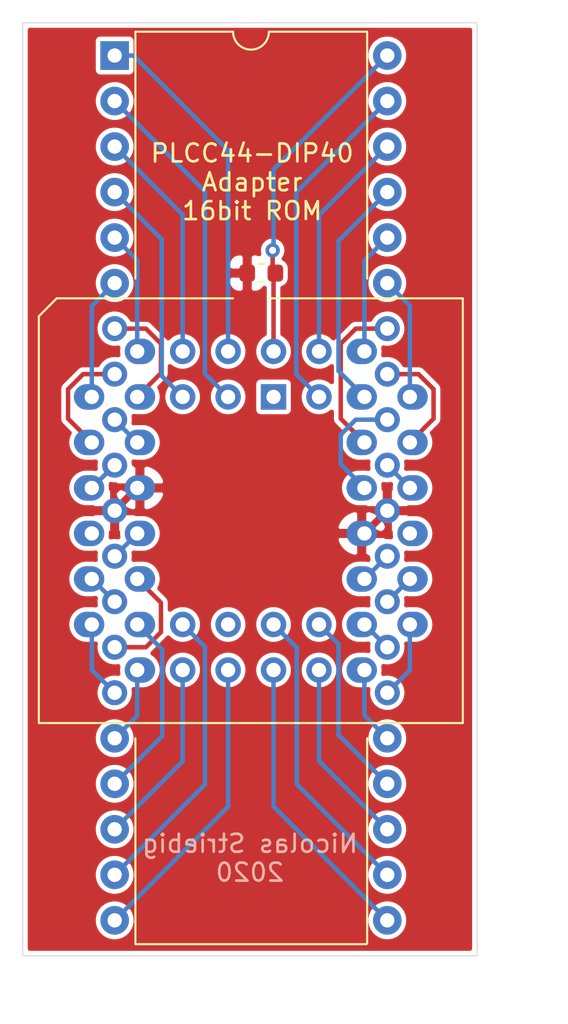
<source format=kicad_pcb>
(kicad_pcb (version 20171130) (host pcbnew "(5.1.5)-3")

  (general
    (thickness 1.6)
    (drawings 6)
    (tracks 125)
    (zones 0)
    (modules 3)
    (nets 40)
  )

  (page A4)
  (title_block
    (title "PLCC44 to DIP40 Adapter")
    (date 2020-05-06)
    (rev 1.0)
    (company "Nicolas Striebig")
  )

  (layers
    (0 F.Cu signal)
    (31 B.Cu signal)
    (32 B.Adhes user)
    (33 F.Adhes user)
    (34 B.Paste user)
    (35 F.Paste user)
    (36 B.SilkS user)
    (37 F.SilkS user)
    (38 B.Mask user)
    (39 F.Mask user)
    (40 Dwgs.User user)
    (41 Cmts.User user)
    (42 Eco1.User user)
    (43 Eco2.User user)
    (44 Edge.Cuts user)
    (45 Margin user)
    (46 B.CrtYd user)
    (47 F.CrtYd user)
    (48 B.Fab user)
    (49 F.Fab user)
  )

  (setup
    (last_trace_width 0.25)
    (trace_clearance 0.2)
    (zone_clearance 0.254)
    (zone_45_only no)
    (trace_min 0.2)
    (via_size 0.8)
    (via_drill 0.4)
    (via_min_size 0.4)
    (via_min_drill 0.3)
    (uvia_size 0.3)
    (uvia_drill 0.1)
    (uvias_allowed no)
    (uvia_min_size 0.2)
    (uvia_min_drill 0.1)
    (edge_width 0.05)
    (segment_width 0.2)
    (pcb_text_width 0.3)
    (pcb_text_size 1.5 1.5)
    (mod_edge_width 0.12)
    (mod_text_size 1 1)
    (mod_text_width 0.15)
    (pad_size 1.7 1.7)
    (pad_drill 1)
    (pad_to_mask_clearance 0.051)
    (solder_mask_min_width 0.25)
    (aux_axis_origin 0 0)
    (visible_elements 7FFFFFFF)
    (pcbplotparams
      (layerselection 0x010fc_ffffffff)
      (usegerberextensions false)
      (usegerberattributes false)
      (usegerberadvancedattributes false)
      (creategerberjobfile false)
      (excludeedgelayer true)
      (linewidth 0.100000)
      (plotframeref false)
      (viasonmask false)
      (mode 1)
      (useauxorigin false)
      (hpglpennumber 1)
      (hpglpenspeed 20)
      (hpglpendiameter 15.000000)
      (psnegative false)
      (psa4output false)
      (plotreference true)
      (plotvalue true)
      (plotinvisibletext false)
      (padsonsilk false)
      (subtractmaskfromsilk false)
      (outputformat 1)
      (mirror false)
      (drillshape 0)
      (scaleselection 1)
      (outputdirectory "gerber"))
  )

  (net 0 "")
  (net 1 "Net-(U1-Pad3)")
  (net 2 "Net-(U1-Pad5)")
  (net 3 "Net-(U1-Pad43)")
  (net 4 "Net-(U1-Pad41)")
  (net 5 "Net-(U1-Pad2)")
  (net 6 "Net-(U1-Pad4)")
  (net 7 "Net-(U1-Pad6)")
  (net 8 "Net-(U1-Pad42)")
  (net 9 "Net-(U1-Pad8)")
  (net 10 "Net-(U1-Pad10)")
  (net 11 "Net-(U1-Pad14)")
  (net 12 "Net-(U1-Pad16)")
  (net 13 "Net-(U1-Pad7)")
  (net 14 "Net-(U1-Pad9)")
  (net 15 "Net-(U1-Pad11)")
  (net 16 "Net-(U1-Pad15)")
  (net 17 "Net-(U1-Pad17)")
  (net 18 "Net-(U1-Pad19)")
  (net 19 "Net-(U1-Pad21)")
  (net 20 "Net-(U1-Pad25)")
  (net 21 "Net-(U1-Pad27)")
  (net 22 "Net-(U1-Pad29)")
  (net 23 "Net-(U1-Pad18)")
  (net 24 "Net-(U1-Pad20)")
  (net 25 "Net-(U1-Pad22)")
  (net 26 "Net-(U1-Pad24)")
  (net 27 "Net-(U1-Pad26)")
  (net 28 "Net-(U1-Pad28)")
  (net 29 "Net-(U1-Pad30)")
  (net 30 "Net-(U1-Pad32)")
  (net 31 "Net-(U1-Pad36)")
  (net 32 "Net-(U1-Pad38)")
  (net 33 "Net-(U1-Pad40)")
  (net 34 "Net-(U1-Pad31)")
  (net 35 "Net-(U1-Pad35)")
  (net 36 "Net-(U1-Pad37)")
  (net 37 "Net-(U1-Pad39)")
  (net 38 GND)
  (net 39 "Net-(C1-Pad1)")

  (net_class Default "Dies ist die voreingestellte Netzklasse."
    (clearance 0.2)
    (trace_width 0.25)
    (via_dia 0.8)
    (via_drill 0.4)
    (uvia_dia 0.3)
    (uvia_drill 0.1)
    (add_net "Net-(C1-Pad1)")
    (add_net "Net-(U1-Pad10)")
    (add_net "Net-(U1-Pad11)")
    (add_net "Net-(U1-Pad14)")
    (add_net "Net-(U1-Pad15)")
    (add_net "Net-(U1-Pad16)")
    (add_net "Net-(U1-Pad17)")
    (add_net "Net-(U1-Pad18)")
    (add_net "Net-(U1-Pad19)")
    (add_net "Net-(U1-Pad2)")
    (add_net "Net-(U1-Pad20)")
    (add_net "Net-(U1-Pad21)")
    (add_net "Net-(U1-Pad22)")
    (add_net "Net-(U1-Pad24)")
    (add_net "Net-(U1-Pad25)")
    (add_net "Net-(U1-Pad26)")
    (add_net "Net-(U1-Pad27)")
    (add_net "Net-(U1-Pad28)")
    (add_net "Net-(U1-Pad29)")
    (add_net "Net-(U1-Pad3)")
    (add_net "Net-(U1-Pad30)")
    (add_net "Net-(U1-Pad31)")
    (add_net "Net-(U1-Pad32)")
    (add_net "Net-(U1-Pad35)")
    (add_net "Net-(U1-Pad36)")
    (add_net "Net-(U1-Pad37)")
    (add_net "Net-(U1-Pad38)")
    (add_net "Net-(U1-Pad39)")
    (add_net "Net-(U1-Pad4)")
    (add_net "Net-(U1-Pad40)")
    (add_net "Net-(U1-Pad41)")
    (add_net "Net-(U1-Pad42)")
    (add_net "Net-(U1-Pad43)")
    (add_net "Net-(U1-Pad5)")
    (add_net "Net-(U1-Pad6)")
    (add_net "Net-(U1-Pad7)")
    (add_net "Net-(U1-Pad8)")
    (add_net "Net-(U1-Pad9)")
  )

  (net_class GND ""
    (clearance 0.2)
    (trace_width 0.4)
    (via_dia 0.8)
    (via_drill 0.4)
    (uvia_dia 0.3)
    (uvia_drill 0.1)
    (add_net GND)
  )

  (module dip40_mod:DIP-40_W15.24mm_mod (layer F.Cu) (tedit 5EBFC443) (tstamp 5EA5B68E)
    (at 165.159001 53.899001)
    (descr "40-lead though-hole mounted DIP package, row spacing 15.24 mm (600 mils)")
    (tags "THT DIP DIL PDIP 2.54mm 15.24mm 600mil")
    (path /5EA601FE)
    (fp_text reference U2 (at 7.62 -2.33) (layer F.SilkS) hide
      (effects (font (size 1 1) (thickness 0.15)))
    )
    (fp_text value 16bit_rom_dip40 (at 7.62 50.59) (layer F.Fab)
      (effects (font (size 1 1) (thickness 0.15)))
    )
    (fp_arc (start 7.62 -1.33) (end 6.62 -1.33) (angle -180) (layer F.SilkS) (width 0.12))
    (fp_line (start 1.255 -1.27) (end 14.985 -1.27) (layer F.Fab) (width 0.1))
    (fp_line (start 14.985 -1.27) (end 14.985 49.53) (layer F.Fab) (width 0.1))
    (fp_line (start 14.985 49.53) (end 0.255 49.53) (layer F.Fab) (width 0.1))
    (fp_line (start 0.255 49.53) (end 0.255 -0.27) (layer F.Fab) (width 0.1))
    (fp_line (start 0.255 -0.27) (end 1.255 -1.27) (layer F.Fab) (width 0.1))
    (fp_line (start 6.62 -1.33) (end 1.16 -1.33) (layer F.SilkS) (width 0.12))
    (fp_line (start 1.16 49.59) (end 14.08 49.59) (layer F.SilkS) (width 0.12))
    (fp_line (start 14.08 -1.33) (end 8.62 -1.33) (layer F.SilkS) (width 0.12))
    (fp_line (start -1.05 -1.55) (end -1.05 49.8) (layer F.CrtYd) (width 0.05))
    (fp_line (start -1.05 49.8) (end 16.3 49.8) (layer F.CrtYd) (width 0.05))
    (fp_line (start 16.3 49.8) (end 16.3 -1.55) (layer F.CrtYd) (width 0.05))
    (fp_line (start 16.3 -1.55) (end -1.05 -1.55) (layer F.CrtYd) (width 0.05))
    (fp_text user %R (at 7.62 24.13) (layer F.Fab)
      (effects (font (size 1 1) (thickness 0.15)))
    )
    (fp_line (start 14.114 -1.33) (end 14.114 12.446) (layer F.SilkS) (width 0.12))
    (fp_line (start 1.16 -1.33) (end 1.16 12.446) (layer F.SilkS) (width 0.12))
    (fp_line (start 1.16 38.1) (end 1.16 49.53) (layer F.SilkS) (width 0.12))
    (fp_line (start 14.114 38.1) (end 14.114 49.53) (layer F.SilkS) (width 0.12))
    (pad 1 thru_hole rect (at 0 0) (size 1.6 1.6) (drill 0.8) (layers *.Cu *.Mask)
      (net 5 "Net-(U1-Pad2)"))
    (pad 21 thru_hole oval (at 15.24 48.26) (size 1.6 1.6) (drill 0.8) (layers *.Cu *.Mask)
      (net 26 "Net-(U1-Pad24)"))
    (pad 2 thru_hole oval (at 0 2.54) (size 1.6 1.6) (drill 0.8) (layers *.Cu *.Mask)
      (net 1 "Net-(U1-Pad3)"))
    (pad 22 thru_hole oval (at 15.24 45.72) (size 1.6 1.6) (drill 0.8) (layers *.Cu *.Mask)
      (net 20 "Net-(U1-Pad25)"))
    (pad 3 thru_hole oval (at 0 5.08) (size 1.6 1.6) (drill 0.8) (layers *.Cu *.Mask)
      (net 6 "Net-(U1-Pad4)"))
    (pad 23 thru_hole oval (at 15.24 43.18) (size 1.6 1.6) (drill 0.8) (layers *.Cu *.Mask)
      (net 27 "Net-(U1-Pad26)"))
    (pad 4 thru_hole oval (at 0 7.62) (size 1.6 1.6) (drill 0.8) (layers *.Cu *.Mask)
      (net 2 "Net-(U1-Pad5)"))
    (pad 24 thru_hole oval (at 15.24 40.64) (size 1.6 1.6) (drill 0.8) (layers *.Cu *.Mask)
      (net 21 "Net-(U1-Pad27)"))
    (pad 5 thru_hole oval (at 0 10.16) (size 1.6 1.6) (drill 0.8) (layers *.Cu *.Mask)
      (net 7 "Net-(U1-Pad6)"))
    (pad 25 thru_hole oval (at 15.24 38.1) (size 1.6 1.6) (drill 0.8) (layers *.Cu *.Mask)
      (net 28 "Net-(U1-Pad28)"))
    (pad 6 thru_hole oval (at 0 12.7) (size 1.6 1.6) (drill 0.8) (layers *.Cu *.Mask)
      (net 13 "Net-(U1-Pad7)"))
    (pad 26 thru_hole oval (at 15.24 35.56) (size 1.4 1.4) (drill 0.8) (layers *.Cu *.Mask)
      (net 22 "Net-(U1-Pad29)"))
    (pad 7 thru_hole oval (at 0 15.24) (size 1.4 1.4) (drill 0.8) (layers *.Cu *.Mask)
      (net 9 "Net-(U1-Pad8)"))
    (pad 27 thru_hole oval (at 15.24 33.02) (size 1.4 1.4) (drill 0.8) (layers *.Cu *.Mask)
      (net 29 "Net-(U1-Pad30)"))
    (pad 8 thru_hole oval (at 0 17.78) (size 1.4 1.4) (drill 0.8) (layers *.Cu *.Mask)
      (net 14 "Net-(U1-Pad9)"))
    (pad 28 thru_hole oval (at 15.24 30.48) (size 1.4 1.4) (drill 0.8) (layers *.Cu *.Mask)
      (net 34 "Net-(U1-Pad31)"))
    (pad 9 thru_hole oval (at 0 20.32) (size 1.4 1.4) (drill 0.8) (layers *.Cu *.Mask)
      (net 10 "Net-(U1-Pad10)"))
    (pad 29 thru_hole oval (at 15.24 27.94) (size 1.4 1.4) (drill 0.8) (layers *.Cu *.Mask)
      (net 30 "Net-(U1-Pad32)"))
    (pad 10 thru_hole oval (at 0 22.86) (size 1.4 1.4) (drill 0.8) (layers *.Cu *.Mask)
      (net 15 "Net-(U1-Pad11)"))
    (pad 30 thru_hole oval (at 15.24 25.4) (size 1.4 1.4) (drill 0.8) (layers *.Cu *.Mask)
      (net 38 GND))
    (pad 11 thru_hole oval (at 0 25.4) (size 1.4 1.4) (drill 0.8) (layers *.Cu *.Mask)
      (net 38 GND))
    (pad 31 thru_hole oval (at 15.24 22.86) (size 1.4 1.4) (drill 0.8) (layers *.Cu *.Mask)
      (net 35 "Net-(U1-Pad35)"))
    (pad 12 thru_hole oval (at 0 27.94) (size 1.4 1.4) (drill 0.8) (layers *.Cu *.Mask)
      (net 11 "Net-(U1-Pad14)"))
    (pad 32 thru_hole oval (at 15.24 20.32) (size 1.4 1.4) (drill 0.8) (layers *.Cu *.Mask)
      (net 31 "Net-(U1-Pad36)"))
    (pad 13 thru_hole oval (at 0 30.48) (size 1.4 1.4) (drill 0.8) (layers *.Cu *.Mask)
      (net 16 "Net-(U1-Pad15)"))
    (pad 33 thru_hole oval (at 15.24 17.78) (size 1.4 1.4) (drill 0.8) (layers *.Cu *.Mask)
      (net 36 "Net-(U1-Pad37)"))
    (pad 14 thru_hole oval (at 0 33.02) (size 1.4 1.4) (drill 0.8) (layers *.Cu *.Mask)
      (net 12 "Net-(U1-Pad16)"))
    (pad 34 thru_hole oval (at 15.24 15.24) (size 1.4 1.4) (drill 0.8) (layers *.Cu *.Mask)
      (net 32 "Net-(U1-Pad38)"))
    (pad 15 thru_hole oval (at 0 35.56) (size 1.4 1.4) (drill 0.8) (layers *.Cu *.Mask)
      (net 17 "Net-(U1-Pad17)"))
    (pad 35 thru_hole oval (at 15.24 12.7) (size 1.6 1.6) (drill 0.8) (layers *.Cu *.Mask)
      (net 37 "Net-(U1-Pad39)"))
    (pad 16 thru_hole oval (at 0 38.1) (size 1.6 1.6) (drill 0.8) (layers *.Cu *.Mask)
      (net 23 "Net-(U1-Pad18)"))
    (pad 36 thru_hole oval (at 15.24 10.16) (size 1.6 1.6) (drill 0.8) (layers *.Cu *.Mask)
      (net 33 "Net-(U1-Pad40)"))
    (pad 17 thru_hole oval (at 0 40.64) (size 1.6 1.6) (drill 0.8) (layers *.Cu *.Mask)
      (net 18 "Net-(U1-Pad19)"))
    (pad 37 thru_hole oval (at 15.24 7.62) (size 1.6 1.6) (drill 0.8) (layers *.Cu *.Mask)
      (net 4 "Net-(U1-Pad41)"))
    (pad 18 thru_hole oval (at 0 43.18) (size 1.6 1.6) (drill 0.8) (layers *.Cu *.Mask)
      (net 24 "Net-(U1-Pad20)"))
    (pad 38 thru_hole oval (at 15.24 5.08) (size 1.6 1.6) (drill 0.8) (layers *.Cu *.Mask)
      (net 8 "Net-(U1-Pad42)"))
    (pad 19 thru_hole oval (at 0 45.72) (size 1.6 1.6) (drill 0.8) (layers *.Cu *.Mask)
      (net 19 "Net-(U1-Pad21)"))
    (pad 39 thru_hole oval (at 15.24 2.54) (size 1.6 1.6) (drill 0.8) (layers *.Cu *.Mask)
      (net 3 "Net-(U1-Pad43)"))
    (pad 20 thru_hole oval (at 0 48.26) (size 1.6 1.6) (drill 0.8) (layers *.Cu *.Mask)
      (net 25 "Net-(U1-Pad22)"))
    (pad 40 thru_hole oval (at 15.24 0) (size 1.6 1.6) (drill 0.8) (layers *.Cu *.Mask)
      (net 39 "Net-(C1-Pad1)"))
    (model ${KISYS3DMOD}/Package_DIP.3dshapes/DIP-40_W15.24mm.wrl
      (at (xyz 0 0 0))
      (scale (xyz 1 1 1))
      (rotate (xyz 0 0 0))
    )
  )

  (module Capacitor_SMD:C_0603_1608Metric (layer F.Cu) (tedit 5B301BBE) (tstamp 5EA5DA51)
    (at 173.355 66.04 180)
    (descr "Capacitor SMD 0603 (1608 Metric), square (rectangular) end terminal, IPC_7351 nominal, (Body size source: http://www.tortai-tech.com/upload/download/2011102023233369053.pdf), generated with kicad-footprint-generator")
    (tags capacitor)
    (path /5EA7DCC0)
    (attr smd)
    (fp_text reference C1 (at 0 -1.43) (layer F.SilkS) hide
      (effects (font (size 1 1) (thickness 0.15)))
    )
    (fp_text value 100nF (at 0 1.43) (layer F.Fab)
      (effects (font (size 1 1) (thickness 0.15)))
    )
    (fp_line (start -0.8 0.4) (end -0.8 -0.4) (layer F.Fab) (width 0.1))
    (fp_line (start -0.8 -0.4) (end 0.8 -0.4) (layer F.Fab) (width 0.1))
    (fp_line (start 0.8 -0.4) (end 0.8 0.4) (layer F.Fab) (width 0.1))
    (fp_line (start 0.8 0.4) (end -0.8 0.4) (layer F.Fab) (width 0.1))
    (fp_line (start -0.162779 -0.51) (end 0.162779 -0.51) (layer F.SilkS) (width 0.12))
    (fp_line (start -0.162779 0.51) (end 0.162779 0.51) (layer F.SilkS) (width 0.12))
    (fp_line (start -1.48 0.73) (end -1.48 -0.73) (layer F.CrtYd) (width 0.05))
    (fp_line (start -1.48 -0.73) (end 1.48 -0.73) (layer F.CrtYd) (width 0.05))
    (fp_line (start 1.48 -0.73) (end 1.48 0.73) (layer F.CrtYd) (width 0.05))
    (fp_line (start 1.48 0.73) (end -1.48 0.73) (layer F.CrtYd) (width 0.05))
    (fp_text user %R (at 0 0) (layer F.Fab)
      (effects (font (size 0.4 0.4) (thickness 0.06)))
    )
    (pad 1 smd roundrect (at -0.7875 0 180) (size 0.875 0.95) (layers F.Cu F.Paste F.Mask) (roundrect_rratio 0.25)
      (net 39 "Net-(C1-Pad1)"))
    (pad 2 smd roundrect (at 0.7875 0 180) (size 0.875 0.95) (layers F.Cu F.Paste F.Mask) (roundrect_rratio 0.25)
      (net 38 GND))
    (model ${KISYS3DMOD}/Capacitor_SMD.3dshapes/C_0603_1608Metric.wrl
      (at (xyz 0 0 0))
      (scale (xyz 1 1 1))
      (rotate (xyz 0 0 0))
    )
  )

  (module dip40_mod:PLCC-44_THT-Socket_mod (layer F.Cu) (tedit 5EA5691E) (tstamp 5EA6078F)
    (at 174.0408 72.9488)
    (descr "PLCC, 44 pins, through hole")
    (tags "plcc leaded")
    (path /5EA76A43)
    (fp_text reference U1 (at -1.27 -6.4) (layer F.SilkS) hide
      (effects (font (size 1 1) (thickness 0.15)))
    )
    (fp_text value 16bit_rom (at -1.27 19.1) (layer F.Fab)
      (effects (font (size 1 1) (thickness 0.15)))
    )
    (fp_line (start -12.02 -5.4) (end -13.02 -4.4) (layer F.Fab) (width 0.1))
    (fp_line (start -13.02 -4.4) (end -13.02 18.1) (layer F.Fab) (width 0.1))
    (fp_line (start -13.02 18.1) (end 10.48 18.1) (layer F.Fab) (width 0.1))
    (fp_line (start 10.48 18.1) (end 10.48 -5.4) (layer F.Fab) (width 0.1))
    (fp_line (start 10.48 -5.4) (end -12.02 -5.4) (layer F.Fab) (width 0.1))
    (fp_line (start -13.52 -5.9) (end -13.52 18.6) (layer F.CrtYd) (width 0.05))
    (fp_line (start -13.52 18.6) (end 10.98 18.6) (layer F.CrtYd) (width 0.05))
    (fp_line (start 10.98 18.6) (end 10.98 -5.9) (layer F.CrtYd) (width 0.05))
    (fp_line (start 10.98 -5.9) (end -13.52 -5.9) (layer F.CrtYd) (width 0.05))
    (fp_line (start -10.48 -2.86) (end -10.48 15.56) (layer F.Fab) (width 0.1))
    (fp_line (start -10.48 15.56) (end 7.94 15.56) (layer F.Fab) (width 0.1))
    (fp_line (start 7.94 15.56) (end 7.94 -2.86) (layer F.Fab) (width 0.1))
    (fp_line (start 7.94 -2.86) (end -10.48 -2.86) (layer F.Fab) (width 0.1))
    (fp_line (start -1.77 -5.4) (end -1.27 -4.4) (layer F.Fab) (width 0.1))
    (fp_line (start -1.27 -4.4) (end -0.77 -5.4) (layer F.Fab) (width 0.1))
    (fp_line (start -2.27 -5.5) (end -12.12 -5.5) (layer F.SilkS) (width 0.12))
    (fp_line (start -12.12 -5.5) (end -13.12 -4.5) (layer F.SilkS) (width 0.12))
    (fp_line (start -13.12 -4.5) (end -13.12 18.2) (layer F.SilkS) (width 0.12))
    (fp_line (start -13.12 18.2) (end 10.58 18.2) (layer F.SilkS) (width 0.12))
    (fp_line (start 10.58 18.2) (end 10.58 -5.5) (layer F.SilkS) (width 0.12))
    (fp_line (start 10.58 -5.5) (end -0.27 -5.5) (layer F.SilkS) (width 0.12))
    (fp_text user %R (at -1.27 6.35) (layer F.Fab)
      (effects (font (size 1 1) (thickness 0.15)))
    )
    (pad 1 thru_hole rect (at 0 0) (size 1.4224 1.4224) (drill 0.8) (layers *.Cu *.Mask))
    (pad 3 thru_hole circle (at -2.54 0) (size 1.4224 1.4224) (drill 0.8) (layers *.Cu *.Mask)
      (net 1 "Net-(U1-Pad3)"))
    (pad 5 thru_hole circle (at -5.08 0) (size 1.4224 1.4224) (drill 0.8) (layers *.Cu *.Mask)
      (net 2 "Net-(U1-Pad5)"))
    (pad 43 thru_hole circle (at 2.54 0) (size 1.4224 1.4224) (drill 0.8) (layers *.Cu *.Mask)
      (net 3 "Net-(U1-Pad43)"))
    (pad 41 thru_hole oval (at 5.08 0) (size 1.7 1.4224) (drill 0.8 (offset -0.15 0)) (layers *.Cu *.Mask)
      (net 4 "Net-(U1-Pad41)"))
    (pad 2 thru_hole circle (at -2.54 -2.54) (size 1.4224 1.4224) (drill 0.8) (layers *.Cu *.Mask)
      (net 5 "Net-(U1-Pad2)"))
    (pad 4 thru_hole circle (at -5.08 -2.54) (size 1.4224 1.4224) (drill 0.8) (layers *.Cu *.Mask)
      (net 6 "Net-(U1-Pad4)"))
    (pad 6 thru_hole oval (at -7.62 -2.54) (size 1.7 1.4224) (drill 0.8 (offset 0.15 0)) (layers *.Cu *.Mask)
      (net 7 "Net-(U1-Pad6)"))
    (pad 44 thru_hole circle (at 0 -2.54) (size 1.4224 1.4224) (drill 0.8) (layers *.Cu *.Mask)
      (net 39 "Net-(C1-Pad1)"))
    (pad 42 thru_hole circle (at 2.54 -2.54) (size 1.4224 1.4224) (drill 0.8) (layers *.Cu *.Mask)
      (net 8 "Net-(U1-Pad42)"))
    (pad 8 thru_hole oval (at -7.62 0) (size 1.7 1.4224) (drill 0.8 (offset 0.15 0)) (layers *.Cu *.Mask)
      (net 9 "Net-(U1-Pad8)"))
    (pad 10 thru_hole oval (at -7.62 2.54) (size 1.7 1.4224) (drill 0.8 (offset 0.15 0)) (layers *.Cu *.Mask)
      (net 10 "Net-(U1-Pad10)"))
    (pad 12 thru_hole oval (at -7.62 5.08) (size 1.7 1.4224) (drill 0.8 (offset 0.15 0)) (layers *.Cu *.Mask)
      (net 38 GND))
    (pad 14 thru_hole oval (at -7.62 7.62) (size 1.7 1.4224) (drill 0.8 (offset 0.15 0)) (layers *.Cu *.Mask)
      (net 11 "Net-(U1-Pad14)"))
    (pad 16 thru_hole oval (at -7.62 10.16) (size 1.7 1.4224) (drill 0.8 (offset 0.15 0)) (layers *.Cu *.Mask)
      (net 12 "Net-(U1-Pad16)"))
    (pad 7 thru_hole oval (at -10.16 0) (size 1.7 1.4224) (drill 0.8 (offset -0.15 0)) (layers *.Cu *.Mask)
      (net 13 "Net-(U1-Pad7)"))
    (pad 9 thru_hole oval (at -10.16 2.54) (size 1.7 1.4224) (drill 0.8 (offset -0.15 0)) (layers *.Cu *.Mask)
      (net 14 "Net-(U1-Pad9)"))
    (pad 11 thru_hole oval (at -10.16 5.08) (size 1.7 1.4224) (drill 0.8 (offset -0.15 0)) (layers *.Cu *.Mask)
      (net 15 "Net-(U1-Pad11)"))
    (pad 13 thru_hole oval (at -10.16 7.62) (size 1.7 1.4224) (drill 0.8 (offset -0.15 0)) (layers *.Cu *.Mask))
    (pad 15 thru_hole oval (at -10.16 10.16) (size 1.7 1.4224) (drill 0.8 (offset -0.15 0)) (layers *.Cu *.Mask)
      (net 16 "Net-(U1-Pad15)"))
    (pad 17 thru_hole oval (at -10.16 12.7) (size 1.7 1.4224) (drill 0.8 (offset -0.15 0)) (layers *.Cu *.Mask)
      (net 17 "Net-(U1-Pad17)"))
    (pad 19 thru_hole oval (at -7.62 12.7) (size 1.7 1.4224) (drill 0.8 (offset 0.15 0)) (layers *.Cu *.Mask)
      (net 18 "Net-(U1-Pad19)"))
    (pad 21 thru_hole circle (at -5.08 12.7) (size 1.4224 1.4224) (drill 0.8) (layers *.Cu *.Mask)
      (net 19 "Net-(U1-Pad21)"))
    (pad 23 thru_hole circle (at -2.54 12.7) (size 1.4224 1.4224) (drill 0.8) (layers *.Cu *.Mask))
    (pad 25 thru_hole circle (at 0 12.7) (size 1.4224 1.4224) (drill 0.8) (layers *.Cu *.Mask)
      (net 20 "Net-(U1-Pad25)"))
    (pad 27 thru_hole circle (at 2.54 12.7) (size 1.4224 1.4224) (drill 0.8) (layers *.Cu *.Mask)
      (net 21 "Net-(U1-Pad27)"))
    (pad 29 thru_hole oval (at 7.62 12.7) (size 1.7 1.4224) (drill 0.8 (offset 0.15 0)) (layers *.Cu *.Mask)
      (net 22 "Net-(U1-Pad29)"))
    (pad 18 thru_hole oval (at -7.62 15.24) (size 1.7 1.4224) (drill 0.8 (offset 0.15 0)) (layers *.Cu *.Mask)
      (net 23 "Net-(U1-Pad18)"))
    (pad 20 thru_hole circle (at -5.08 15.24) (size 1.4224 1.4224) (drill 0.8) (layers *.Cu *.Mask)
      (net 24 "Net-(U1-Pad20)"))
    (pad 22 thru_hole circle (at -2.54 15.24) (size 1.4224 1.4224) (drill 0.8) (layers *.Cu *.Mask)
      (net 25 "Net-(U1-Pad22)"))
    (pad 24 thru_hole circle (at 0 15.24) (size 1.4224 1.4224) (drill 0.8) (layers *.Cu *.Mask)
      (net 26 "Net-(U1-Pad24)"))
    (pad 26 thru_hole circle (at 2.54 15.24) (size 1.4224 1.4224) (drill 0.8) (layers *.Cu *.Mask)
      (net 27 "Net-(U1-Pad26)"))
    (pad 28 thru_hole oval (at 5.08 15.24) (size 1.7 1.4224) (drill 0.8 (offset -0.15 0)) (layers *.Cu *.Mask)
      (net 28 "Net-(U1-Pad28)"))
    (pad 30 thru_hole oval (at 5.08 12.7) (size 1.7 1.4224) (drill 0.8 (offset -0.15 0)) (layers *.Cu *.Mask)
      (net 29 "Net-(U1-Pad30)"))
    (pad 32 thru_hole oval (at 5.08 10.16) (size 1.7 1.4224) (drill 0.8 (offset -0.15 0)) (layers *.Cu *.Mask)
      (net 30 "Net-(U1-Pad32)"))
    (pad 34 thru_hole oval (at 5.08 7.62) (size 1.7 1.4224) (drill 0.8 (offset -0.15 0)) (layers *.Cu *.Mask)
      (net 38 GND))
    (pad 36 thru_hole oval (at 5.08 5.08) (size 1.7 1.4224) (drill 0.8 (offset -0.15 0)) (layers *.Cu *.Mask)
      (net 31 "Net-(U1-Pad36)"))
    (pad 38 thru_hole oval (at 5.08 2.54) (size 1.7 1.4224) (drill 0.8 (offset -0.15 0)) (layers *.Cu *.Mask)
      (net 32 "Net-(U1-Pad38)"))
    (pad 40 thru_hole oval (at 5.08 -2.54) (size 1.7 1.4224) (drill 0.8 (offset -0.15 0)) (layers *.Cu *.Mask)
      (net 33 "Net-(U1-Pad40)"))
    (pad 31 thru_hole oval (at 7.62 10.16) (size 1.7 1.4224) (drill 0.8 (offset 0.15 0)) (layers *.Cu *.Mask)
      (net 34 "Net-(U1-Pad31)"))
    (pad 33 thru_hole oval (at 7.62 7.62) (size 1.7 1.4224) (drill 0.8 (offset 0.15 0)) (layers *.Cu *.Mask))
    (pad 35 thru_hole oval (at 7.62 5.08) (size 1.7 1.4224) (drill 0.8 (offset 0.15 0)) (layers *.Cu *.Mask)
      (net 35 "Net-(U1-Pad35)"))
    (pad 37 thru_hole oval (at 7.62 2.54) (size 1.7 1.4224) (drill 0.8 (offset 0.15 0)) (layers *.Cu *.Mask)
      (net 36 "Net-(U1-Pad37)"))
    (pad 39 thru_hole oval (at 7.62 0) (size 1.7 1.4224) (drill 0.8 (offset 0.15 0)) (layers *.Cu *.Mask)
      (net 37 "Net-(U1-Pad39)"))
    (model ${KISYS3DMOD}/Package_LCC.3dshapes/PLCC-44_THT-Socket.wrl
      (at (xyz 0 0 0))
      (scale (xyz 1 1 1))
      (rotate (xyz 0 0 0))
    )
  )

  (gr_text "Nicolas Striebig\n2020" (at 172.72 98.679) (layer B.SilkS)
    (effects (font (size 1 1) (thickness 0.15)) (justify mirror))
  )
  (gr_text "PLCC44-DIP40\nAdapter\n16bit ROM" (at 172.847 60.96) (layer F.SilkS)
    (effects (font (size 1 1) (thickness 0.15)))
  )
  (gr_line (start 185.42 52.07) (end 160.02 52.07) (layer Edge.Cuts) (width 0.05) (tstamp 5EA53F7E))
  (gr_line (start 185.42 104.14) (end 185.42 52.07) (layer Edge.Cuts) (width 0.05))
  (gr_line (start 160.02 104.14) (end 185.42 104.14) (layer Edge.Cuts) (width 0.05))
  (gr_line (start 160.02 52.07) (end 160.02 104.14) (layer Edge.Cuts) (width 0.05))

  (segment (start 170.2054 71.6534) (end 170.789601 72.237601) (width 0.25) (layer B.Cu) (net 1))
  (segment (start 165.159001 56.439001) (end 170.2054 61.4854) (width 0.25) (layer B.Cu) (net 1))
  (segment (start 170.789601 72.237601) (end 171.5008 72.9488) (width 0.25) (layer B.Cu) (net 1))
  (segment (start 170.2054 61.4854) (end 170.2054 71.6534) (width 0.25) (layer B.Cu) (net 1))
  (segment (start 167.7924 71.7804) (end 168.249601 72.237601) (width 0.25) (layer B.Cu) (net 2))
  (segment (start 165.159001 61.519001) (end 167.7924 64.1524) (width 0.25) (layer B.Cu) (net 2))
  (segment (start 168.249601 72.237601) (end 168.9608 72.9488) (width 0.25) (layer B.Cu) (net 2))
  (segment (start 167.7924 64.1524) (end 167.7924 71.7804) (width 0.25) (layer B.Cu) (net 2))
  (segment (start 179.599002 57.239) (end 180.399001 56.439001) (width 0.25) (layer B.Cu) (net 3))
  (segment (start 175.3108 61.527202) (end 179.599002 57.239) (width 0.25) (layer B.Cu) (net 3))
  (segment (start 176.5808 72.9488) (end 175.3108 71.6788) (width 0.25) (layer B.Cu) (net 3))
  (segment (start 175.3108 71.6788) (end 175.3108 61.527202) (width 0.25) (layer B.Cu) (net 3))
  (segment (start 178.409601 72.237601) (end 179.1208 72.9488) (width 0.25) (layer B.Cu) (net 4))
  (segment (start 180.399001 61.519001) (end 177.673 64.245002) (width 0.25) (layer B.Cu) (net 4))
  (segment (start 177.673 71.501) (end 178.409601 72.237601) (width 0.25) (layer B.Cu) (net 4))
  (segment (start 177.673 64.245002) (end 177.673 71.501) (width 0.25) (layer B.Cu) (net 4))
  (segment (start 171.5008 59.1908) (end 171.5008 69.403012) (width 0.25) (layer B.Cu) (net 5))
  (segment (start 166.209001 53.899001) (end 171.5008 59.1908) (width 0.25) (layer B.Cu) (net 5))
  (segment (start 171.5008 69.403012) (end 171.5008 70.4088) (width 0.25) (layer B.Cu) (net 5))
  (segment (start 165.159001 53.899001) (end 166.209001 53.899001) (width 0.25) (layer B.Cu) (net 5))
  (segment (start 168.9608 62.7808) (end 165.159001 58.979001) (width 0.25) (layer B.Cu) (net 6))
  (segment (start 168.9608 70.4088) (end 168.9608 62.7808) (width 0.25) (layer B.Cu) (net 6))
  (segment (start 166.4208 65.3208) (end 165.159001 64.059001) (width 0.25) (layer B.Cu) (net 7))
  (segment (start 166.4208 70.4088) (end 166.4208 65.3208) (width 0.25) (layer B.Cu) (net 7))
  (segment (start 176.5808 62.797202) (end 176.5808 70.4088) (width 0.25) (layer B.Cu) (net 8))
  (segment (start 180.399001 58.979001) (end 176.5808 62.797202) (width 0.25) (layer B.Cu) (net 8))
  (segment (start 167.131999 72.237601) (end 166.4208 72.9488) (width 0.25) (layer F.Cu) (net 9))
  (segment (start 167.74581 71.62379) (end 166.4208 72.9488) (width 0.25) (layer F.Cu) (net 9))
  (segment (start 166.905223 69.139001) (end 167.74581 69.979588) (width 0.25) (layer F.Cu) (net 9))
  (segment (start 167.74581 69.979588) (end 167.74581 71.62379) (width 0.25) (layer F.Cu) (net 9))
  (segment (start 165.159001 69.139001) (end 166.905223 69.139001) (width 0.25) (layer F.Cu) (net 9))
  (segment (start 165.159001 74.227001) (end 166.4208 75.4888) (width 0.25) (layer B.Cu) (net 10))
  (segment (start 165.159001 74.219001) (end 165.159001 74.227001) (width 0.25) (layer B.Cu) (net 10))
  (segment (start 166.4208 80.577202) (end 165.159001 81.839001) (width 0.25) (layer B.Cu) (net 11))
  (segment (start 166.4208 80.5688) (end 166.4208 80.577202) (width 0.25) (layer B.Cu) (net 11))
  (segment (start 167.131999 83.819999) (end 166.4208 83.1088) (width 0.25) (layer F.Cu) (net 12))
  (segment (start 165.159001 86.919001) (end 166.684177 86.919001) (width 0.25) (layer F.Cu) (net 12))
  (segment (start 166.14895 86.919001) (end 165.159001 86.919001) (width 0.25) (layer F.Cu) (net 12))
  (segment (start 167.74581 86.078012) (end 166.904821 86.919001) (width 0.25) (layer F.Cu) (net 12))
  (segment (start 167.74581 84.43381) (end 167.74581 86.078012) (width 0.25) (layer F.Cu) (net 12))
  (segment (start 166.904821 86.919001) (end 166.14895 86.919001) (width 0.25) (layer F.Cu) (net 12))
  (segment (start 166.4208 83.1088) (end 167.74581 84.43381) (width 0.25) (layer F.Cu) (net 12))
  (segment (start 163.8808 67.877202) (end 163.8808 72.9488) (width 0.25) (layer B.Cu) (net 13))
  (segment (start 165.159001 66.599001) (end 163.8808 67.877202) (width 0.25) (layer B.Cu) (net 13))
  (segment (start 162.55579 74.16379) (end 163.8808 75.4888) (width 0.25) (layer F.Cu) (net 14))
  (segment (start 162.55579 72.519588) (end 162.55579 74.16379) (width 0.25) (layer F.Cu) (net 14))
  (segment (start 163.396377 71.679001) (end 162.55579 72.519588) (width 0.25) (layer F.Cu) (net 14))
  (segment (start 165.159001 71.679001) (end 163.396377 71.679001) (width 0.25) (layer F.Cu) (net 14))
  (segment (start 165.150599 76.759001) (end 163.8808 78.0288) (width 0.25) (layer B.Cu) (net 15))
  (segment (start 165.159001 76.759001) (end 165.150599 76.759001) (width 0.25) (layer B.Cu) (net 15))
  (segment (start 163.8888 83.1088) (end 165.159001 84.379001) (width 0.25) (layer B.Cu) (net 16))
  (segment (start 163.8808 83.1088) (end 163.8888 83.1088) (width 0.25) (layer B.Cu) (net 16))
  (segment (start 163.8808 85.6488) (end 163.8808 88.1808) (width 0.25) (layer B.Cu) (net 17))
  (segment (start 164.459002 88.759002) (end 165.159001 89.459001) (width 0.25) (layer B.Cu) (net 17))
  (segment (start 163.8808 88.1808) (end 164.459002 88.759002) (width 0.25) (layer B.Cu) (net 17))
  (segment (start 167.8178 91.880202) (end 165.959 93.739002) (width 0.25) (layer B.Cu) (net 18))
  (segment (start 165.959 93.739002) (end 165.159001 94.539001) (width 0.25) (layer B.Cu) (net 18))
  (segment (start 166.4208 85.6488) (end 167.8178 87.0458) (width 0.25) (layer B.Cu) (net 18))
  (segment (start 167.8178 87.0458) (end 167.8178 91.880202) (width 0.25) (layer B.Cu) (net 18))
  (segment (start 165.959 98.819002) (end 165.159001 99.619001) (width 0.25) (layer B.Cu) (net 19))
  (segment (start 170.2054 94.572602) (end 165.959 98.819002) (width 0.25) (layer B.Cu) (net 19))
  (segment (start 168.9608 85.6488) (end 170.2054 86.8934) (width 0.25) (layer B.Cu) (net 19))
  (segment (start 170.2054 86.8934) (end 170.2054 94.572602) (width 0.25) (layer B.Cu) (net 19))
  (segment (start 174.751999 86.359999) (end 174.0408 85.6488) (width 0.25) (layer B.Cu) (net 20))
  (segment (start 180.399001 99.619001) (end 175.3362 94.5562) (width 0.25) (layer B.Cu) (net 20))
  (segment (start 175.3362 86.9442) (end 174.751999 86.359999) (width 0.25) (layer B.Cu) (net 20))
  (segment (start 175.3362 94.5562) (end 175.3362 86.9442) (width 0.25) (layer B.Cu) (net 20))
  (segment (start 177.291999 86.359999) (end 176.5808 85.6488) (width 0.25) (layer B.Cu) (net 21))
  (segment (start 180.399001 94.539001) (end 177.673 91.813) (width 0.25) (layer B.Cu) (net 21))
  (segment (start 177.673 86.741) (end 177.291999 86.359999) (width 0.25) (layer B.Cu) (net 21))
  (segment (start 177.673 91.813) (end 177.673 86.741) (width 0.25) (layer B.Cu) (net 21))
  (segment (start 181.6608 88.197202) (end 181.6608 85.6488) (width 0.25) (layer B.Cu) (net 22))
  (segment (start 180.399001 89.459001) (end 181.6608 88.197202) (width 0.25) (layer B.Cu) (net 22))
  (segment (start 166.4208 90.737202) (end 166.4208 88.1888) (width 0.25) (layer B.Cu) (net 23))
  (segment (start 165.159001 91.999001) (end 166.4208 90.737202) (width 0.25) (layer B.Cu) (net 23))
  (segment (start 168.9608 93.277202) (end 165.159001 97.079001) (width 0.25) (layer B.Cu) (net 24))
  (segment (start 168.9608 88.1888) (end 168.9608 93.277202) (width 0.25) (layer B.Cu) (net 24))
  (segment (start 171.5008 95.817202) (end 165.159001 102.159001) (width 0.25) (layer B.Cu) (net 25))
  (segment (start 171.5008 88.1888) (end 171.5008 95.817202) (width 0.25) (layer B.Cu) (net 25))
  (segment (start 174.0408 95.8008) (end 180.399001 102.159001) (width 0.25) (layer B.Cu) (net 26))
  (segment (start 174.0408 88.1888) (end 174.0408 95.8008) (width 0.25) (layer B.Cu) (net 26))
  (segment (start 176.5808 93.2608) (end 180.399001 97.079001) (width 0.25) (layer B.Cu) (net 27))
  (segment (start 176.5808 88.1888) (end 176.5808 93.2608) (width 0.25) (layer B.Cu) (net 27))
  (segment (start 179.1208 90.7208) (end 180.399001 91.999001) (width 0.25) (layer B.Cu) (net 28))
  (segment (start 179.1208 88.1888) (end 179.1208 90.7208) (width 0.25) (layer B.Cu) (net 28))
  (segment (start 179.1288 85.6488) (end 180.399001 86.919001) (width 0.25) (layer B.Cu) (net 29))
  (segment (start 179.1208 85.6488) (end 179.1288 85.6488) (width 0.25) (layer B.Cu) (net 29))
  (segment (start 179.129202 83.1088) (end 180.399001 81.839001) (width 0.25) (layer B.Cu) (net 30))
  (segment (start 179.1208 83.1088) (end 179.129202 83.1088) (width 0.25) (layer B.Cu) (net 30))
  (segment (start 179.409052 74.219001) (end 180.399001 74.219001) (width 0.25) (layer B.Cu) (net 31))
  (segment (start 178.636377 74.219001) (end 179.409052 74.219001) (width 0.25) (layer B.Cu) (net 31))
  (segment (start 177.79579 75.059588) (end 178.636377 74.219001) (width 0.25) (layer B.Cu) (net 31))
  (segment (start 177.79579 76.70379) (end 177.79579 75.059588) (width 0.25) (layer B.Cu) (net 31))
  (segment (start 179.1208 78.0288) (end 177.79579 76.70379) (width 0.25) (layer B.Cu) (net 31))
  (segment (start 178.409601 74.777601) (end 179.1208 75.4888) (width 0.25) (layer F.Cu) (net 32))
  (segment (start 180.399001 69.139001) (end 178.857021 69.139001) (width 0.25) (layer F.Cu) (net 32))
  (segment (start 177.79579 74.16379) (end 179.1208 75.4888) (width 0.25) (layer F.Cu) (net 32))
  (segment (start 177.79579 69.979588) (end 177.79579 74.16379) (width 0.25) (layer F.Cu) (net 32))
  (segment (start 178.636377 69.139001) (end 177.79579 69.979588) (width 0.25) (layer F.Cu) (net 32))
  (segment (start 180.399001 69.139001) (end 178.636377 69.139001) (width 0.25) (layer F.Cu) (net 32))
  (segment (start 179.1208 65.337202) (end 180.399001 64.059001) (width 0.25) (layer B.Cu) (net 33))
  (segment (start 179.1208 70.4088) (end 179.1208 65.337202) (width 0.25) (layer B.Cu) (net 33))
  (segment (start 180.399001 84.370599) (end 181.6608 83.1088) (width 0.25) (layer B.Cu) (net 34))
  (segment (start 180.399001 84.379001) (end 180.399001 84.370599) (width 0.25) (layer B.Cu) (net 34))
  (segment (start 181.6608 78.0208) (end 180.399001 76.759001) (width 0.25) (layer B.Cu) (net 35))
  (segment (start 181.6608 78.0288) (end 181.6608 78.0208) (width 0.25) (layer B.Cu) (net 35))
  (segment (start 182.98581 72.519588) (end 182.98581 74.16379) (width 0.25) (layer F.Cu) (net 36))
  (segment (start 182.98581 74.16379) (end 181.6608 75.4888) (width 0.25) (layer F.Cu) (net 36))
  (segment (start 182.145223 71.679001) (end 182.98581 72.519588) (width 0.25) (layer F.Cu) (net 36))
  (segment (start 180.399001 71.679001) (end 182.145223 71.679001) (width 0.25) (layer F.Cu) (net 36))
  (segment (start 181.6608 67.8608) (end 181.6608 72.9488) (width 0.25) (layer B.Cu) (net 37))
  (segment (start 180.399001 66.599001) (end 181.6608 67.8608) (width 0.25) (layer B.Cu) (net 37))
  (segment (start 179.129202 80.5688) (end 180.399001 79.299001) (width 0.4) (layer F.Cu) (net 38))
  (segment (start 179.1208 80.5688) (end 179.129202 80.5688) (width 0.4) (layer F.Cu) (net 38))
  (segment (start 165.159001 79.290599) (end 166.4208 78.0288) (width 0.4) (layer F.Cu) (net 38))
  (segment (start 165.159001 79.299001) (end 165.159001 79.290599) (width 0.4) (layer F.Cu) (net 38))
  (segment (start 174.0408 60.257202) (end 180.399001 53.899001) (width 0.25) (layer B.Cu) (net 39))
  (segment (start 174.1425 70.3071) (end 174.0408 70.4088) (width 0.25) (layer F.Cu) (net 39))
  (segment (start 174.0408 66.1417) (end 174.1425 66.04) (width 0.25) (layer F.Cu) (net 39))
  (segment (start 174.0408 70.4088) (end 174.0408 66.1417) (width 0.25) (layer F.Cu) (net 39))
  (via (at 173.99 64.77) (size 0.8) (drill 0.4) (layers F.Cu B.Cu) (net 39))
  (segment (start 174.0408 60.257202) (end 174.0408 64.7192) (width 0.25) (layer B.Cu) (net 39))
  (segment (start 174.0408 64.7192) (end 173.99 64.77) (width 0.25) (layer B.Cu) (net 39))
  (segment (start 173.99 65.8875) (end 174.1425 66.04) (width 0.25) (layer F.Cu) (net 39))
  (segment (start 173.99 64.77) (end 173.99 65.8875) (width 0.25) (layer F.Cu) (net 39))

  (zone (net 38) (net_name GND) (layer F.Cu) (tstamp 5EA62527) (hatch edge 0.508)
    (connect_pads (clearance 0.254))
    (min_thickness 0.254)
    (fill yes (arc_segments 32) (thermal_gap 0.508) (thermal_bridge_width 0.508))
    (polygon
      (pts
        (xy 190.5 107.95) (xy 158.75 107.95) (xy 158.75 50.8) (xy 190.5 50.8)
      )
    )
    (filled_polygon
      (pts
        (xy 185.014 103.734) (xy 160.426 103.734) (xy 160.426 102.042683) (xy 163.978001 102.042683) (xy 163.978001 102.275319)
        (xy 164.023387 102.503486) (xy 164.112413 102.718414) (xy 164.241659 102.911844) (xy 164.406158 103.076343) (xy 164.599588 103.205589)
        (xy 164.814516 103.294615) (xy 165.042683 103.340001) (xy 165.275319 103.340001) (xy 165.503486 103.294615) (xy 165.718414 103.205589)
        (xy 165.911844 103.076343) (xy 166.076343 102.911844) (xy 166.205589 102.718414) (xy 166.294615 102.503486) (xy 166.340001 102.275319)
        (xy 166.340001 102.042683) (xy 179.218001 102.042683) (xy 179.218001 102.275319) (xy 179.263387 102.503486) (xy 179.352413 102.718414)
        (xy 179.481659 102.911844) (xy 179.646158 103.076343) (xy 179.839588 103.205589) (xy 180.054516 103.294615) (xy 180.282683 103.340001)
        (xy 180.515319 103.340001) (xy 180.743486 103.294615) (xy 180.958414 103.205589) (xy 181.151844 103.076343) (xy 181.316343 102.911844)
        (xy 181.445589 102.718414) (xy 181.534615 102.503486) (xy 181.580001 102.275319) (xy 181.580001 102.042683) (xy 181.534615 101.814516)
        (xy 181.445589 101.599588) (xy 181.316343 101.406158) (xy 181.151844 101.241659) (xy 180.958414 101.112413) (xy 180.743486 101.023387)
        (xy 180.515319 100.978001) (xy 180.282683 100.978001) (xy 180.054516 101.023387) (xy 179.839588 101.112413) (xy 179.646158 101.241659)
        (xy 179.481659 101.406158) (xy 179.352413 101.599588) (xy 179.263387 101.814516) (xy 179.218001 102.042683) (xy 166.340001 102.042683)
        (xy 166.294615 101.814516) (xy 166.205589 101.599588) (xy 166.076343 101.406158) (xy 165.911844 101.241659) (xy 165.718414 101.112413)
        (xy 165.503486 101.023387) (xy 165.275319 100.978001) (xy 165.042683 100.978001) (xy 164.814516 101.023387) (xy 164.599588 101.112413)
        (xy 164.406158 101.241659) (xy 164.241659 101.406158) (xy 164.112413 101.599588) (xy 164.023387 101.814516) (xy 163.978001 102.042683)
        (xy 160.426 102.042683) (xy 160.426 99.502683) (xy 163.978001 99.502683) (xy 163.978001 99.735319) (xy 164.023387 99.963486)
        (xy 164.112413 100.178414) (xy 164.241659 100.371844) (xy 164.406158 100.536343) (xy 164.599588 100.665589) (xy 164.814516 100.754615)
        (xy 165.042683 100.800001) (xy 165.275319 100.800001) (xy 165.503486 100.754615) (xy 165.718414 100.665589) (xy 165.911844 100.536343)
        (xy 166.076343 100.371844) (xy 166.205589 100.178414) (xy 166.294615 99.963486) (xy 166.340001 99.735319) (xy 166.340001 99.502683)
        (xy 179.218001 99.502683) (xy 179.218001 99.735319) (xy 179.263387 99.963486) (xy 179.352413 100.178414) (xy 179.481659 100.371844)
        (xy 179.646158 100.536343) (xy 179.839588 100.665589) (xy 180.054516 100.754615) (xy 180.282683 100.800001) (xy 180.515319 100.800001)
        (xy 180.743486 100.754615) (xy 180.958414 100.665589) (xy 181.151844 100.536343) (xy 181.316343 100.371844) (xy 181.445589 100.178414)
        (xy 181.534615 99.963486) (xy 181.580001 99.735319) (xy 181.580001 99.502683) (xy 181.534615 99.274516) (xy 181.445589 99.059588)
        (xy 181.316343 98.866158) (xy 181.151844 98.701659) (xy 180.958414 98.572413) (xy 180.743486 98.483387) (xy 180.515319 98.438001)
        (xy 180.282683 98.438001) (xy 180.054516 98.483387) (xy 179.839588 98.572413) (xy 179.646158 98.701659) (xy 179.481659 98.866158)
        (xy 179.352413 99.059588) (xy 179.263387 99.274516) (xy 179.218001 99.502683) (xy 166.340001 99.502683) (xy 166.294615 99.274516)
        (xy 166.205589 99.059588) (xy 166.076343 98.866158) (xy 165.911844 98.701659) (xy 165.718414 98.572413) (xy 165.503486 98.483387)
        (xy 165.275319 98.438001) (xy 165.042683 98.438001) (xy 164.814516 98.483387) (xy 164.599588 98.572413) (xy 164.406158 98.701659)
        (xy 164.241659 98.866158) (xy 164.112413 99.059588) (xy 164.023387 99.274516) (xy 163.978001 99.502683) (xy 160.426 99.502683)
        (xy 160.426 96.962683) (xy 163.978001 96.962683) (xy 163.978001 97.195319) (xy 164.023387 97.423486) (xy 164.112413 97.638414)
        (xy 164.241659 97.831844) (xy 164.406158 97.996343) (xy 164.599588 98.125589) (xy 164.814516 98.214615) (xy 165.042683 98.260001)
        (xy 165.275319 98.260001) (xy 165.503486 98.214615) (xy 165.718414 98.125589) (xy 165.911844 97.996343) (xy 166.076343 97.831844)
        (xy 166.205589 97.638414) (xy 166.294615 97.423486) (xy 166.340001 97.195319) (xy 166.340001 96.962683) (xy 179.218001 96.962683)
        (xy 179.218001 97.195319) (xy 179.263387 97.423486) (xy 179.352413 97.638414) (xy 179.481659 97.831844) (xy 179.646158 97.996343)
        (xy 179.839588 98.125589) (xy 180.054516 98.214615) (xy 180.282683 98.260001) (xy 180.515319 98.260001) (xy 180.743486 98.214615)
        (xy 180.958414 98.125589) (xy 181.151844 97.996343) (xy 181.316343 97.831844) (xy 181.445589 97.638414) (xy 181.534615 97.423486)
        (xy 181.580001 97.195319) (xy 181.580001 96.962683) (xy 181.534615 96.734516) (xy 181.445589 96.519588) (xy 181.316343 96.326158)
        (xy 181.151844 96.161659) (xy 180.958414 96.032413) (xy 180.743486 95.943387) (xy 180.515319 95.898001) (xy 180.282683 95.898001)
        (xy 180.054516 95.943387) (xy 179.839588 96.032413) (xy 179.646158 96.161659) (xy 179.481659 96.326158) (xy 179.352413 96.519588)
        (xy 179.263387 96.734516) (xy 179.218001 96.962683) (xy 166.340001 96.962683) (xy 166.294615 96.734516) (xy 166.205589 96.519588)
        (xy 166.076343 96.326158) (xy 165.911844 96.161659) (xy 165.718414 96.032413) (xy 165.503486 95.943387) (xy 165.275319 95.898001)
        (xy 165.042683 95.898001) (xy 164.814516 95.943387) (xy 164.599588 96.032413) (xy 164.406158 96.161659) (xy 164.241659 96.326158)
        (xy 164.112413 96.519588) (xy 164.023387 96.734516) (xy 163.978001 96.962683) (xy 160.426 96.962683) (xy 160.426 94.422683)
        (xy 163.978001 94.422683) (xy 163.978001 94.655319) (xy 164.023387 94.883486) (xy 164.112413 95.098414) (xy 164.241659 95.291844)
        (xy 164.406158 95.456343) (xy 164.599588 95.585589) (xy 164.814516 95.674615) (xy 165.042683 95.720001) (xy 165.275319 95.720001)
        (xy 165.503486 95.674615) (xy 165.718414 95.585589) (xy 165.911844 95.456343) (xy 166.076343 95.291844) (xy 166.205589 95.098414)
        (xy 166.294615 94.883486) (xy 166.340001 94.655319) (xy 166.340001 94.422683) (xy 179.218001 94.422683) (xy 179.218001 94.655319)
        (xy 179.263387 94.883486) (xy 179.352413 95.098414) (xy 179.481659 95.291844) (xy 179.646158 95.456343) (xy 179.839588 95.585589)
        (xy 180.054516 95.674615) (xy 180.282683 95.720001) (xy 180.515319 95.720001) (xy 180.743486 95.674615) (xy 180.958414 95.585589)
        (xy 181.151844 95.456343) (xy 181.316343 95.291844) (xy 181.445589 95.098414) (xy 181.534615 94.883486) (xy 181.580001 94.655319)
        (xy 181.580001 94.422683) (xy 181.534615 94.194516) (xy 181.445589 93.979588) (xy 181.316343 93.786158) (xy 181.151844 93.621659)
        (xy 180.958414 93.492413) (xy 180.743486 93.403387) (xy 180.515319 93.358001) (xy 180.282683 93.358001) (xy 180.054516 93.403387)
        (xy 179.839588 93.492413) (xy 179.646158 93.621659) (xy 179.481659 93.786158) (xy 179.352413 93.979588) (xy 179.263387 94.194516)
        (xy 179.218001 94.422683) (xy 166.340001 94.422683) (xy 166.294615 94.194516) (xy 166.205589 93.979588) (xy 166.076343 93.786158)
        (xy 165.911844 93.621659) (xy 165.718414 93.492413) (xy 165.503486 93.403387) (xy 165.275319 93.358001) (xy 165.042683 93.358001)
        (xy 164.814516 93.403387) (xy 164.599588 93.492413) (xy 164.406158 93.621659) (xy 164.241659 93.786158) (xy 164.112413 93.979588)
        (xy 164.023387 94.194516) (xy 163.978001 94.422683) (xy 160.426 94.422683) (xy 160.426 91.882683) (xy 163.978001 91.882683)
        (xy 163.978001 92.115319) (xy 164.023387 92.343486) (xy 164.112413 92.558414) (xy 164.241659 92.751844) (xy 164.406158 92.916343)
        (xy 164.599588 93.045589) (xy 164.814516 93.134615) (xy 165.042683 93.180001) (xy 165.275319 93.180001) (xy 165.503486 93.134615)
        (xy 165.718414 93.045589) (xy 165.911844 92.916343) (xy 166.076343 92.751844) (xy 166.205589 92.558414) (xy 166.294615 92.343486)
        (xy 166.340001 92.115319) (xy 166.340001 91.882683) (xy 179.218001 91.882683) (xy 179.218001 92.115319) (xy 179.263387 92.343486)
        (xy 179.352413 92.558414) (xy 179.481659 92.751844) (xy 179.646158 92.916343) (xy 179.839588 93.045589) (xy 180.054516 93.134615)
        (xy 180.282683 93.180001) (xy 180.515319 93.180001) (xy 180.743486 93.134615) (xy 180.958414 93.045589) (xy 181.151844 92.916343)
        (xy 181.316343 92.751844) (xy 181.445589 92.558414) (xy 181.534615 92.343486) (xy 181.580001 92.115319) (xy 181.580001 91.882683)
        (xy 181.534615 91.654516) (xy 181.445589 91.439588) (xy 181.316343 91.246158) (xy 181.151844 91.081659) (xy 180.958414 90.952413)
        (xy 180.743486 90.863387) (xy 180.515319 90.818001) (xy 180.282683 90.818001) (xy 180.054516 90.863387) (xy 179.839588 90.952413)
        (xy 179.646158 91.081659) (xy 179.481659 91.246158) (xy 179.352413 91.439588) (xy 179.263387 91.654516) (xy 179.218001 91.882683)
        (xy 166.340001 91.882683) (xy 166.294615 91.654516) (xy 166.205589 91.439588) (xy 166.076343 91.246158) (xy 165.911844 91.081659)
        (xy 165.718414 90.952413) (xy 165.503486 90.863387) (xy 165.275319 90.818001) (xy 165.042683 90.818001) (xy 164.814516 90.863387)
        (xy 164.599588 90.952413) (xy 164.406158 91.081659) (xy 164.241659 91.246158) (xy 164.112413 91.439588) (xy 164.023387 91.654516)
        (xy 163.978001 91.882683) (xy 160.426 91.882683) (xy 160.426 80.5688) (xy 162.494516 80.5688) (xy 162.515604 80.782909)
        (xy 162.578057 80.988789) (xy 162.679475 81.178529) (xy 162.815962 81.344838) (xy 162.982271 81.481325) (xy 163.172011 81.582743)
        (xy 163.377891 81.645196) (xy 163.538351 81.661) (xy 163.923249 81.661) (xy 164.083709 81.645196) (xy 164.096123 81.64143)
        (xy 164.078001 81.732532) (xy 164.078001 81.94547) (xy 164.096037 82.036144) (xy 164.083709 82.032404) (xy 163.923249 82.0166)
        (xy 163.538351 82.0166) (xy 163.377891 82.032404) (xy 163.172011 82.094857) (xy 162.982271 82.196275) (xy 162.815962 82.332762)
        (xy 162.679475 82.499071) (xy 162.578057 82.688811) (xy 162.515604 82.894691) (xy 162.494516 83.1088) (xy 162.515604 83.322909)
        (xy 162.578057 83.528789) (xy 162.679475 83.718529) (xy 162.815962 83.884838) (xy 162.982271 84.021325) (xy 163.172011 84.122743)
        (xy 163.377891 84.185196) (xy 163.538351 84.201) (xy 163.923249 84.201) (xy 164.083709 84.185196) (xy 164.096123 84.18143)
        (xy 164.078001 84.272532) (xy 164.078001 84.48547) (xy 164.096037 84.576144) (xy 164.083709 84.572404) (xy 163.923249 84.5566)
        (xy 163.538351 84.5566) (xy 163.377891 84.572404) (xy 163.172011 84.634857) (xy 162.982271 84.736275) (xy 162.815962 84.872762)
        (xy 162.679475 85.039071) (xy 162.578057 85.228811) (xy 162.515604 85.434691) (xy 162.494516 85.6488) (xy 162.515604 85.862909)
        (xy 162.578057 86.068789) (xy 162.679475 86.258529) (xy 162.815962 86.424838) (xy 162.982271 86.561325) (xy 163.172011 86.662743)
        (xy 163.377891 86.725196) (xy 163.538351 86.741) (xy 163.923249 86.741) (xy 164.083709 86.725196) (xy 164.096123 86.72143)
        (xy 164.078001 86.812532) (xy 164.078001 87.02547) (xy 164.119544 87.234317) (xy 164.201032 87.431046) (xy 164.319334 87.608098)
        (xy 164.469904 87.758668) (xy 164.646956 87.87697) (xy 164.843685 87.958458) (xy 165.052532 88.000001) (xy 165.26547 88.000001)
        (xy 165.354863 87.982219) (xy 165.334516 88.1888) (xy 165.354903 88.395791) (xy 165.26547 88.378001) (xy 165.052532 88.378001)
        (xy 164.843685 88.419544) (xy 164.646956 88.501032) (xy 164.469904 88.619334) (xy 164.319334 88.769904) (xy 164.201032 88.946956)
        (xy 164.119544 89.143685) (xy 164.078001 89.352532) (xy 164.078001 89.56547) (xy 164.119544 89.774317) (xy 164.201032 89.971046)
        (xy 164.319334 90.148098) (xy 164.469904 90.298668) (xy 164.646956 90.41697) (xy 164.843685 90.498458) (xy 165.052532 90.540001)
        (xy 165.26547 90.540001) (xy 165.474317 90.498458) (xy 165.671046 90.41697) (xy 165.848098 90.298668) (xy 165.998668 90.148098)
        (xy 166.11697 89.971046) (xy 166.198458 89.774317) (xy 166.240001 89.56547) (xy 166.240001 89.352532) (xy 166.222723 89.265672)
        (xy 166.378351 89.281) (xy 166.763249 89.281) (xy 166.923709 89.265196) (xy 167.129589 89.202743) (xy 167.319329 89.101325)
        (xy 167.485638 88.964838) (xy 167.622125 88.798529) (xy 167.723543 88.608789) (xy 167.785996 88.402909) (xy 167.807084 88.1888)
        (xy 167.79649 88.081228) (xy 167.8686 88.081228) (xy 167.8686 88.296372) (xy 167.910572 88.507383) (xy 167.992905 88.706151)
        (xy 168.112433 88.885037) (xy 168.264563 89.037167) (xy 168.443449 89.156695) (xy 168.642217 89.239028) (xy 168.853228 89.281)
        (xy 169.068372 89.281) (xy 169.279383 89.239028) (xy 169.478151 89.156695) (xy 169.657037 89.037167) (xy 169.809167 88.885037)
        (xy 169.928695 88.706151) (xy 170.011028 88.507383) (xy 170.053 88.296372) (xy 170.053 88.081228) (xy 170.4086 88.081228)
        (xy 170.4086 88.296372) (xy 170.450572 88.507383) (xy 170.532905 88.706151) (xy 170.652433 88.885037) (xy 170.804563 89.037167)
        (xy 170.983449 89.156695) (xy 171.182217 89.239028) (xy 171.393228 89.281) (xy 171.608372 89.281) (xy 171.819383 89.239028)
        (xy 172.018151 89.156695) (xy 172.197037 89.037167) (xy 172.349167 88.885037) (xy 172.468695 88.706151) (xy 172.551028 88.507383)
        (xy 172.593 88.296372) (xy 172.593 88.081228) (xy 172.9486 88.081228) (xy 172.9486 88.296372) (xy 172.990572 88.507383)
        (xy 173.072905 88.706151) (xy 173.192433 88.885037) (xy 173.344563 89.037167) (xy 173.523449 89.156695) (xy 173.722217 89.239028)
        (xy 173.933228 89.281) (xy 174.148372 89.281) (xy 174.359383 89.239028) (xy 174.558151 89.156695) (xy 174.737037 89.037167)
        (xy 174.889167 88.885037) (xy 175.008695 88.706151) (xy 175.091028 88.507383) (xy 175.133 88.296372) (xy 175.133 88.081228)
        (xy 175.4886 88.081228) (xy 175.4886 88.296372) (xy 175.530572 88.507383) (xy 175.612905 88.706151) (xy 175.732433 88.885037)
        (xy 175.884563 89.037167) (xy 176.063449 89.156695) (xy 176.262217 89.239028) (xy 176.473228 89.281) (xy 176.688372 89.281)
        (xy 176.899383 89.239028) (xy 177.098151 89.156695) (xy 177.277037 89.037167) (xy 177.429167 88.885037) (xy 177.548695 88.706151)
        (xy 177.631028 88.507383) (xy 177.673 88.296372) (xy 177.673 88.081228) (xy 177.631028 87.870217) (xy 177.548695 87.671449)
        (xy 177.429167 87.492563) (xy 177.277037 87.340433) (xy 177.098151 87.220905) (xy 176.899383 87.138572) (xy 176.688372 87.0966)
        (xy 176.473228 87.0966) (xy 176.262217 87.138572) (xy 176.063449 87.220905) (xy 175.884563 87.340433) (xy 175.732433 87.492563)
        (xy 175.612905 87.671449) (xy 175.530572 87.870217) (xy 175.4886 88.081228) (xy 175.133 88.081228) (xy 175.091028 87.870217)
        (xy 175.008695 87.671449) (xy 174.889167 87.492563) (xy 174.737037 87.340433) (xy 174.558151 87.220905) (xy 174.359383 87.138572)
        (xy 174.148372 87.0966) (xy 173.933228 87.0966) (xy 173.722217 87.138572) (xy 173.523449 87.220905) (xy 173.344563 87.340433)
        (xy 173.192433 87.492563) (xy 173.072905 87.671449) (xy 172.990572 87.870217) (xy 172.9486 88.081228) (xy 172.593 88.081228)
        (xy 172.551028 87.870217) (xy 172.468695 87.671449) (xy 172.349167 87.492563) (xy 172.197037 87.340433) (xy 172.018151 87.220905)
        (xy 171.819383 87.138572) (xy 171.608372 87.0966) (xy 171.393228 87.0966) (xy 171.182217 87.138572) (xy 170.983449 87.220905)
        (xy 170.804563 87.340433) (xy 170.652433 87.492563) (xy 170.532905 87.671449) (xy 170.450572 87.870217) (xy 170.4086 88.081228)
        (xy 170.053 88.081228) (xy 170.011028 87.870217) (xy 169.928695 87.671449) (xy 169.809167 87.492563) (xy 169.657037 87.340433)
        (xy 169.478151 87.220905) (xy 169.279383 87.138572) (xy 169.068372 87.0966) (xy 168.853228 87.0966) (xy 168.642217 87.138572)
        (xy 168.443449 87.220905) (xy 168.264563 87.340433) (xy 168.112433 87.492563) (xy 167.992905 87.671449) (xy 167.910572 87.870217)
        (xy 167.8686 88.081228) (xy 167.79649 88.081228) (xy 167.785996 87.974691) (xy 167.723543 87.768811) (xy 167.622125 87.579071)
        (xy 167.485638 87.412762) (xy 167.319329 87.276275) (xy 167.282711 87.256702) (xy 168.08603 86.453384) (xy 168.105337 86.437539)
        (xy 168.150231 86.382835) (xy 168.264563 86.497167) (xy 168.443449 86.616695) (xy 168.642217 86.699028) (xy 168.853228 86.741)
        (xy 169.068372 86.741) (xy 169.279383 86.699028) (xy 169.478151 86.616695) (xy 169.657037 86.497167) (xy 169.809167 86.345037)
        (xy 169.928695 86.166151) (xy 170.011028 85.967383) (xy 170.053 85.756372) (xy 170.053 85.541228) (xy 170.4086 85.541228)
        (xy 170.4086 85.756372) (xy 170.450572 85.967383) (xy 170.532905 86.166151) (xy 170.652433 86.345037) (xy 170.804563 86.497167)
        (xy 170.983449 86.616695) (xy 171.182217 86.699028) (xy 171.393228 86.741) (xy 171.608372 86.741) (xy 171.819383 86.699028)
        (xy 172.018151 86.616695) (xy 172.197037 86.497167) (xy 172.349167 86.345037) (xy 172.468695 86.166151) (xy 172.551028 85.967383)
        (xy 172.593 85.756372) (xy 172.593 85.541228) (xy 172.9486 85.541228) (xy 172.9486 85.756372) (xy 172.990572 85.967383)
        (xy 173.072905 86.166151) (xy 173.192433 86.345037) (xy 173.344563 86.497167) (xy 173.523449 86.616695) (xy 173.722217 86.699028)
        (xy 173.933228 86.741) (xy 174.148372 86.741) (xy 174.359383 86.699028) (xy 174.558151 86.616695) (xy 174.737037 86.497167)
        (xy 174.889167 86.345037) (xy 175.008695 86.166151) (xy 175.091028 85.967383) (xy 175.133 85.756372) (xy 175.133 85.541228)
        (xy 175.4886 85.541228) (xy 175.4886 85.756372) (xy 175.530572 85.967383) (xy 175.612905 86.166151) (xy 175.732433 86.345037)
        (xy 175.884563 86.497167) (xy 176.063449 86.616695) (xy 176.262217 86.699028) (xy 176.473228 86.741) (xy 176.688372 86.741)
        (xy 176.899383 86.699028) (xy 177.098151 86.616695) (xy 177.277037 86.497167) (xy 177.429167 86.345037) (xy 177.548695 86.166151)
        (xy 177.631028 85.967383) (xy 177.673 85.756372) (xy 177.673 85.541228) (xy 177.631028 85.330217) (xy 177.548695 85.131449)
        (xy 177.429167 84.952563) (xy 177.277037 84.800433) (xy 177.098151 84.680905) (xy 176.899383 84.598572) (xy 176.688372 84.5566)
        (xy 176.473228 84.5566) (xy 176.262217 84.598572) (xy 176.063449 84.680905) (xy 175.884563 84.800433) (xy 175.732433 84.952563)
        (xy 175.612905 85.131449) (xy 175.530572 85.330217) (xy 175.4886 85.541228) (xy 175.133 85.541228) (xy 175.091028 85.330217)
        (xy 175.008695 85.131449) (xy 174.889167 84.952563) (xy 174.737037 84.800433) (xy 174.558151 84.680905) (xy 174.359383 84.598572)
        (xy 174.148372 84.5566) (xy 173.933228 84.5566) (xy 173.722217 84.598572) (xy 173.523449 84.680905) (xy 173.344563 84.800433)
        (xy 173.192433 84.952563) (xy 173.072905 85.131449) (xy 172.990572 85.330217) (xy 172.9486 85.541228) (xy 172.593 85.541228)
        (xy 172.551028 85.330217) (xy 172.468695 85.131449) (xy 172.349167 84.952563) (xy 172.197037 84.800433) (xy 172.018151 84.680905)
        (xy 171.819383 84.598572) (xy 171.608372 84.5566) (xy 171.393228 84.5566) (xy 171.182217 84.598572) (xy 170.983449 84.680905)
        (xy 170.804563 84.800433) (xy 170.652433 84.952563) (xy 170.532905 85.131449) (xy 170.450572 85.330217) (xy 170.4086 85.541228)
        (xy 170.053 85.541228) (xy 170.011028 85.330217) (xy 169.928695 85.131449) (xy 169.809167 84.952563) (xy 169.657037 84.800433)
        (xy 169.478151 84.680905) (xy 169.279383 84.598572) (xy 169.068372 84.5566) (xy 168.853228 84.5566) (xy 168.642217 84.598572)
        (xy 168.443449 84.680905) (xy 168.264563 84.800433) (xy 168.25181 84.813186) (xy 168.25181 84.458655) (xy 168.254257 84.433809)
        (xy 168.25181 84.408963) (xy 168.25181 84.408956) (xy 168.244488 84.334617) (xy 168.215555 84.239235) (xy 168.168569 84.151331)
        (xy 168.105337 84.074283) (xy 168.08603 84.058438) (xy 167.665316 83.637724) (xy 167.723543 83.528789) (xy 167.785996 83.322909)
        (xy 167.807084 83.1088) (xy 177.734516 83.1088) (xy 177.755604 83.322909) (xy 177.818057 83.528789) (xy 177.919475 83.718529)
        (xy 178.055962 83.884838) (xy 178.222271 84.021325) (xy 178.412011 84.122743) (xy 178.617891 84.185196) (xy 178.778351 84.201)
        (xy 179.163249 84.201) (xy 179.323709 84.185196) (xy 179.336123 84.18143) (xy 179.318001 84.272532) (xy 179.318001 84.48547)
        (xy 179.336037 84.576144) (xy 179.323709 84.572404) (xy 179.163249 84.5566) (xy 178.778351 84.5566) (xy 178.617891 84.572404)
        (xy 178.412011 84.634857) (xy 178.222271 84.736275) (xy 178.055962 84.872762) (xy 177.919475 85.039071) (xy 177.818057 85.228811)
        (xy 177.755604 85.434691) (xy 177.734516 85.6488) (xy 177.755604 85.862909) (xy 177.818057 86.068789) (xy 177.919475 86.258529)
        (xy 178.055962 86.424838) (xy 178.222271 86.561325) (xy 178.412011 86.662743) (xy 178.617891 86.725196) (xy 178.778351 86.741)
        (xy 179.163249 86.741) (xy 179.323709 86.725196) (xy 179.336123 86.72143) (xy 179.318001 86.812532) (xy 179.318001 87.02547)
        (xy 179.336037 87.116144) (xy 179.323709 87.112404) (xy 179.163249 87.0966) (xy 178.778351 87.0966) (xy 178.617891 87.112404)
        (xy 178.412011 87.174857) (xy 178.222271 87.276275) (xy 178.055962 87.412762) (xy 177.919475 87.579071) (xy 177.818057 87.768811)
        (xy 177.755604 87.974691) (xy 177.734516 88.1888) (xy 177.755604 88.402909) (xy 177.818057 88.608789) (xy 177.919475 88.798529)
        (xy 178.055962 88.964838) (xy 178.222271 89.101325) (xy 178.412011 89.202743) (xy 178.617891 89.265196) (xy 178.778351 89.281)
        (xy 179.163249 89.281) (xy 179.323709 89.265196) (xy 179.336123 89.26143) (xy 179.318001 89.352532) (xy 179.318001 89.56547)
        (xy 179.359544 89.774317) (xy 179.441032 89.971046) (xy 179.559334 90.148098) (xy 179.709904 90.298668) (xy 179.886956 90.41697)
        (xy 180.083685 90.498458) (xy 180.292532 90.540001) (xy 180.50547 90.540001) (xy 180.714317 90.498458) (xy 180.911046 90.41697)
        (xy 181.088098 90.298668) (xy 181.238668 90.148098) (xy 181.35697 89.971046) (xy 181.438458 89.774317) (xy 181.480001 89.56547)
        (xy 181.480001 89.352532) (xy 181.438458 89.143685) (xy 181.35697 88.946956) (xy 181.238668 88.769904) (xy 181.088098 88.619334)
        (xy 180.911046 88.501032) (xy 180.714317 88.419544) (xy 180.50547 88.378001) (xy 180.292532 88.378001) (xy 180.186369 88.399118)
        (xy 180.207084 88.1888) (xy 180.18641 87.978892) (xy 180.292532 88.000001) (xy 180.50547 88.000001) (xy 180.714317 87.958458)
        (xy 180.911046 87.87697) (xy 181.088098 87.758668) (xy 181.238668 87.608098) (xy 181.35697 87.431046) (xy 181.438458 87.234317)
        (xy 181.480001 87.02547) (xy 181.480001 86.812532) (xy 181.462723 86.725672) (xy 181.618351 86.741) (xy 182.003249 86.741)
        (xy 182.163709 86.725196) (xy 182.369589 86.662743) (xy 182.559329 86.561325) (xy 182.725638 86.424838) (xy 182.862125 86.258529)
        (xy 182.963543 86.068789) (xy 183.025996 85.862909) (xy 183.047084 85.6488) (xy 183.025996 85.434691) (xy 182.963543 85.228811)
        (xy 182.862125 85.039071) (xy 182.725638 84.872762) (xy 182.559329 84.736275) (xy 182.369589 84.634857) (xy 182.163709 84.572404)
        (xy 182.003249 84.5566) (xy 181.618351 84.5566) (xy 181.462805 84.57192) (xy 181.480001 84.48547) (xy 181.480001 84.272532)
        (xy 181.462723 84.185672) (xy 181.618351 84.201) (xy 182.003249 84.201) (xy 182.163709 84.185196) (xy 182.369589 84.122743)
        (xy 182.559329 84.021325) (xy 182.725638 83.884838) (xy 182.862125 83.718529) (xy 182.963543 83.528789) (xy 183.025996 83.322909)
        (xy 183.047084 83.1088) (xy 183.025996 82.894691) (xy 182.963543 82.688811) (xy 182.862125 82.499071) (xy 182.725638 82.332762)
        (xy 182.559329 82.196275) (xy 182.369589 82.094857) (xy 182.163709 82.032404) (xy 182.003249 82.0166) (xy 181.618351 82.0166)
        (xy 181.462805 82.03192) (xy 181.480001 81.94547) (xy 181.480001 81.732532) (xy 181.462723 81.645672) (xy 181.618351 81.661)
        (xy 182.003249 81.661) (xy 182.163709 81.645196) (xy 182.369589 81.582743) (xy 182.559329 81.481325) (xy 182.725638 81.344838)
        (xy 182.862125 81.178529) (xy 182.963543 80.988789) (xy 183.025996 80.782909) (xy 183.047084 80.5688) (xy 183.025996 80.354691)
        (xy 182.963543 80.148811) (xy 182.862125 79.959071) (xy 182.725638 79.792762) (xy 182.559329 79.656275) (xy 182.369589 79.554857)
        (xy 182.163709 79.492404) (xy 182.003249 79.4766) (xy 181.618351 79.4766) (xy 181.59972 79.478435) (xy 181.568375 79.426001)
        (xy 180.526001 79.426001) (xy 180.526001 80.469202) (xy 180.581103 80.501922) (xy 180.574516 80.5688) (xy 180.594903 80.775791)
        (xy 180.50547 80.758001) (xy 180.327062 80.758001) (xy 180.290239 80.6958) (xy 179.0978 80.6958) (xy 179.0978 81.756806)
        (xy 179.308624 81.900821) (xy 179.318001 81.898462) (xy 179.318001 81.94547) (xy 179.336037 82.036144) (xy 179.323709 82.032404)
        (xy 179.163249 82.0166) (xy 178.778351 82.0166) (xy 178.617891 82.032404) (xy 178.412011 82.094857) (xy 178.222271 82.196275)
        (xy 178.055962 82.332762) (xy 177.919475 82.499071) (xy 177.818057 82.688811) (xy 177.755604 82.894691) (xy 177.734516 83.1088)
        (xy 167.807084 83.1088) (xy 167.785996 82.894691) (xy 167.723543 82.688811) (xy 167.622125 82.499071) (xy 167.485638 82.332762)
        (xy 167.319329 82.196275) (xy 167.129589 82.094857) (xy 166.923709 82.032404) (xy 166.763249 82.0166) (xy 166.378351 82.0166)
        (xy 166.222805 82.03192) (xy 166.240001 81.94547) (xy 166.240001 81.732532) (xy 166.222723 81.645672) (xy 166.378351 81.661)
        (xy 166.763249 81.661) (xy 166.923709 81.645196) (xy 167.129589 81.582743) (xy 167.319329 81.481325) (xy 167.485638 81.344838)
        (xy 167.622125 81.178529) (xy 167.723543 80.988789) (xy 167.749297 80.903889) (xy 177.528171 80.903889) (xy 177.613893 81.14335)
        (xy 177.749388 81.369951) (xy 177.926487 81.565764) (xy 178.138384 81.723264) (xy 178.376936 81.836399) (xy 178.632976 81.900821)
        (xy 178.8438 81.756806) (xy 178.8438 80.6958) (xy 177.651361 80.6958) (xy 177.528171 80.903889) (xy 167.749297 80.903889)
        (xy 167.785996 80.782909) (xy 167.807084 80.5688) (xy 167.785996 80.354691) (xy 167.749298 80.233711) (xy 177.528171 80.233711)
        (xy 177.651361 80.4418) (xy 178.8438 80.4418) (xy 178.8438 79.380794) (xy 179.0978 79.380794) (xy 179.0978 80.4418)
        (xy 179.721238 80.4418) (xy 179.819878 80.501854) (xy 180.065671 80.591723) (xy 180.272001 80.469202) (xy 180.272001 80.4418)
        (xy 180.290239 80.4418) (xy 180.413429 80.233711) (xy 180.327707 79.99425) (xy 180.272001 79.901088) (xy 180.272001 79.426001)
        (xy 179.81891 79.426001) (xy 179.803216 79.414336) (xy 179.564664 79.301201) (xy 179.308624 79.236779) (xy 179.0978 79.380794)
        (xy 178.8438 79.380794) (xy 178.632976 79.236779) (xy 178.376936 79.301201) (xy 178.138384 79.414336) (xy 177.926487 79.571836)
        (xy 177.749388 79.767649) (xy 177.613893 79.99425) (xy 177.528171 80.233711) (xy 167.749298 80.233711) (xy 167.723543 80.148811)
        (xy 167.622125 79.959071) (xy 167.485638 79.792762) (xy 167.319329 79.656275) (xy 167.129589 79.554857) (xy 166.923709 79.492404)
        (xy 166.763249 79.4766) (xy 166.378351 79.4766) (xy 166.35972 79.478435) (xy 166.328375 79.426001) (xy 165.286001 79.426001)
        (xy 165.286001 80.469202) (xy 165.341103 80.501922) (xy 165.334516 80.5688) (xy 165.354903 80.775791) (xy 165.26547 80.758001)
        (xy 165.052532 80.758001) (xy 164.946369 80.779118) (xy 164.967084 80.5688) (xy 164.961403 80.511124) (xy 165.032001 80.469202)
        (xy 165.032001 79.426001) (xy 163.989627 79.426001) (xy 163.95737 79.479961) (xy 163.923249 79.4766) (xy 163.538351 79.4766)
        (xy 163.377891 79.492404) (xy 163.172011 79.554857) (xy 162.982271 79.656275) (xy 162.815962 79.792762) (xy 162.679475 79.959071)
        (xy 162.578057 80.148811) (xy 162.515604 80.354691) (xy 162.494516 80.5688) (xy 160.426 80.5688) (xy 160.426 72.519588)
        (xy 162.047343 72.519588) (xy 162.04979 72.544435) (xy 162.049791 74.138934) (xy 162.047343 74.16379) (xy 162.057112 74.262982)
        (xy 162.086045 74.358364) (xy 162.086046 74.358365) (xy 162.133032 74.446269) (xy 162.196264 74.523317) (xy 162.21557 74.539161)
        (xy 162.636284 74.959875) (xy 162.578057 75.068811) (xy 162.515604 75.274691) (xy 162.494516 75.4888) (xy 162.515604 75.702909)
        (xy 162.578057 75.908789) (xy 162.679475 76.098529) (xy 162.815962 76.264838) (xy 162.982271 76.401325) (xy 163.172011 76.502743)
        (xy 163.377891 76.565196) (xy 163.538351 76.581) (xy 163.923249 76.581) (xy 164.083709 76.565196) (xy 164.096123 76.56143)
        (xy 164.078001 76.652532) (xy 164.078001 76.86547) (xy 164.096037 76.956144) (xy 164.083709 76.952404) (xy 163.923249 76.9366)
        (xy 163.538351 76.9366) (xy 163.377891 76.952404) (xy 163.172011 77.014857) (xy 162.982271 77.116275) (xy 162.815962 77.252762)
        (xy 162.679475 77.419071) (xy 162.578057 77.608811) (xy 162.515604 77.814691) (xy 162.494516 78.0288) (xy 162.515604 78.242909)
        (xy 162.578057 78.448789) (xy 162.679475 78.638529) (xy 162.815962 78.804838) (xy 162.982271 78.941325) (xy 163.172011 79.042743)
        (xy 163.377891 79.105196) (xy 163.538351 79.121) (xy 163.923249 79.121) (xy 163.957143 79.117662) (xy 163.989627 79.172001)
        (xy 165.032001 79.172001) (xy 165.032001 78.363889) (xy 165.128171 78.363889) (xy 165.213893 78.60335) (xy 165.286001 78.723943)
        (xy 165.286001 79.172001) (xy 165.723231 79.172001) (xy 165.738384 79.183264) (xy 165.976936 79.296399) (xy 166.232976 79.360821)
        (xy 166.4438 79.216806) (xy 166.4438 78.978916) (xy 166.451717 78.965672) (xy 166.4438 78.939568) (xy 166.4438 78.1558)
        (xy 166.6978 78.1558) (xy 166.6978 79.216806) (xy 166.908624 79.360821) (xy 167.164664 79.296399) (xy 167.403216 79.183264)
        (xy 167.615113 79.025764) (xy 167.792212 78.829951) (xy 167.927707 78.60335) (xy 168.013429 78.363889) (xy 167.890239 78.1558)
        (xy 166.6978 78.1558) (xy 166.4438 78.1558) (xy 165.836104 78.1558) (xy 165.738124 78.096148) (xy 165.492331 78.006279)
        (xy 165.286001 78.1288) (xy 165.286001 78.1558) (xy 165.251361 78.1558) (xy 165.128171 78.363889) (xy 165.032001 78.363889)
        (xy 165.032001 78.1288) (xy 164.961366 78.086856) (xy 164.967084 78.0288) (xy 164.94641 77.818892) (xy 165.052532 77.840001)
        (xy 165.214776 77.840001) (xy 165.251361 77.9018) (xy 166.4438 77.9018) (xy 166.4438 76.840794) (xy 166.6978 76.840794)
        (xy 166.6978 77.9018) (xy 167.890239 77.9018) (xy 168.013429 77.693711) (xy 167.927707 77.45425) (xy 167.792212 77.227649)
        (xy 167.615113 77.031836) (xy 167.403216 76.874336) (xy 167.164664 76.761201) (xy 166.908624 76.696779) (xy 166.6978 76.840794)
        (xy 166.4438 76.840794) (xy 166.240001 76.701578) (xy 166.240001 76.652532) (xy 166.222723 76.565672) (xy 166.378351 76.581)
        (xy 166.763249 76.581) (xy 166.923709 76.565196) (xy 167.129589 76.502743) (xy 167.319329 76.401325) (xy 167.485638 76.264838)
        (xy 167.622125 76.098529) (xy 167.723543 75.908789) (xy 167.785996 75.702909) (xy 167.807084 75.4888) (xy 167.785996 75.274691)
        (xy 167.723543 75.068811) (xy 167.622125 74.879071) (xy 167.485638 74.712762) (xy 167.319329 74.576275) (xy 167.129589 74.474857)
        (xy 166.923709 74.412404) (xy 166.763249 74.3966) (xy 166.378351 74.3966) (xy 166.222805 74.41192) (xy 166.240001 74.32547)
        (xy 166.240001 74.112532) (xy 166.222723 74.025672) (xy 166.378351 74.041) (xy 166.763249 74.041) (xy 166.923709 74.025196)
        (xy 167.129589 73.962743) (xy 167.319329 73.861325) (xy 167.485638 73.724838) (xy 167.622125 73.558529) (xy 167.723543 73.368789)
        (xy 167.785996 73.162909) (xy 167.807084 72.9488) (xy 167.79649 72.841228) (xy 167.8686 72.841228) (xy 167.8686 73.056372)
        (xy 167.910572 73.267383) (xy 167.992905 73.466151) (xy 168.112433 73.645037) (xy 168.264563 73.797167) (xy 168.443449 73.916695)
        (xy 168.642217 73.999028) (xy 168.853228 74.041) (xy 169.068372 74.041) (xy 169.279383 73.999028) (xy 169.478151 73.916695)
        (xy 169.657037 73.797167) (xy 169.809167 73.645037) (xy 169.928695 73.466151) (xy 170.011028 73.267383) (xy 170.053 73.056372)
        (xy 170.053 72.841228) (xy 170.4086 72.841228) (xy 170.4086 73.056372) (xy 170.450572 73.267383) (xy 170.532905 73.466151)
        (xy 170.652433 73.645037) (xy 170.804563 73.797167) (xy 170.983449 73.916695) (xy 171.182217 73.999028) (xy 171.393228 74.041)
        (xy 171.608372 74.041) (xy 171.819383 73.999028) (xy 172.018151 73.916695) (xy 172.197037 73.797167) (xy 172.349167 73.645037)
        (xy 172.468695 73.466151) (xy 172.551028 73.267383) (xy 172.593 73.056372) (xy 172.593 72.841228) (xy 172.551028 72.630217)
        (xy 172.468695 72.431449) (xy 172.349167 72.252563) (xy 172.334204 72.2376) (xy 172.946757 72.2376) (xy 172.946757 73.66)
        (xy 172.954113 73.734689) (xy 172.975899 73.806508) (xy 173.011278 73.872696) (xy 173.058889 73.930711) (xy 173.116904 73.978322)
        (xy 173.183092 74.013701) (xy 173.254911 74.035487) (xy 173.3296 74.042843) (xy 174.752 74.042843) (xy 174.826689 74.035487)
        (xy 174.898508 74.013701) (xy 174.964696 73.978322) (xy 175.022711 73.930711) (xy 175.070322 73.872696) (xy 175.105701 73.806508)
        (xy 175.127487 73.734689) (xy 175.134843 73.66) (xy 175.134843 72.2376) (xy 175.127487 72.162911) (xy 175.105701 72.091092)
        (xy 175.070322 72.024904) (xy 175.022711 71.966889) (xy 174.964696 71.919278) (xy 174.898508 71.883899) (xy 174.826689 71.862113)
        (xy 174.752 71.854757) (xy 173.3296 71.854757) (xy 173.254911 71.862113) (xy 173.183092 71.883899) (xy 173.116904 71.919278)
        (xy 173.058889 71.966889) (xy 173.011278 72.024904) (xy 172.975899 72.091092) (xy 172.954113 72.162911) (xy 172.946757 72.2376)
        (xy 172.334204 72.2376) (xy 172.197037 72.100433) (xy 172.018151 71.980905) (xy 171.819383 71.898572) (xy 171.608372 71.8566)
        (xy 171.393228 71.8566) (xy 171.182217 71.898572) (xy 170.983449 71.980905) (xy 170.804563 72.100433) (xy 170.652433 72.252563)
        (xy 170.532905 72.431449) (xy 170.450572 72.630217) (xy 170.4086 72.841228) (xy 170.053 72.841228) (xy 170.011028 72.630217)
        (xy 169.928695 72.431449) (xy 169.809167 72.252563) (xy 169.657037 72.100433) (xy 169.478151 71.980905) (xy 169.279383 71.898572)
        (xy 169.068372 71.8566) (xy 168.853228 71.8566) (xy 168.642217 71.898572) (xy 168.443449 71.980905) (xy 168.264563 72.100433)
        (xy 168.112433 72.252563) (xy 167.992905 72.431449) (xy 167.910572 72.630217) (xy 167.8686 72.841228) (xy 167.79649 72.841228)
        (xy 167.785996 72.734691) (xy 167.723543 72.528811) (xy 167.665316 72.419876) (xy 168.08603 71.999162) (xy 168.105337 71.983317)
        (xy 168.168569 71.906269) (xy 168.215555 71.818365) (xy 168.225533 71.78547) (xy 168.244488 71.722984) (xy 168.24882 71.679001)
        (xy 168.25181 71.648644) (xy 168.25181 71.648637) (xy 168.254257 71.623791) (xy 168.25181 71.598945) (xy 168.25181 71.244414)
        (xy 168.264563 71.257167) (xy 168.443449 71.376695) (xy 168.642217 71.459028) (xy 168.853228 71.501) (xy 169.068372 71.501)
        (xy 169.279383 71.459028) (xy 169.478151 71.376695) (xy 169.657037 71.257167) (xy 169.809167 71.105037) (xy 169.928695 70.926151)
        (xy 170.011028 70.727383) (xy 170.053 70.516372) (xy 170.053 70.301228) (xy 170.4086 70.301228) (xy 170.4086 70.516372)
        (xy 170.450572 70.727383) (xy 170.532905 70.926151) (xy 170.652433 71.105037) (xy 170.804563 71.257167) (xy 170.983449 71.376695)
        (xy 171.182217 71.459028) (xy 171.393228 71.501) (xy 171.608372 71.501) (xy 171.819383 71.459028) (xy 172.018151 71.376695)
        (xy 172.197037 71.257167) (xy 172.349167 71.105037) (xy 172.468695 70.926151) (xy 172.551028 70.727383) (xy 172.593 70.516372)
        (xy 172.593 70.301228) (xy 172.551028 70.090217) (xy 172.468695 69.891449) (xy 172.349167 69.712563) (xy 172.197037 69.560433)
        (xy 172.018151 69.440905) (xy 171.819383 69.358572) (xy 171.608372 69.3166) (xy 171.393228 69.3166) (xy 171.182217 69.358572)
        (xy 170.983449 69.440905) (xy 170.804563 69.560433) (xy 170.652433 69.712563) (xy 170.532905 69.891449) (xy 170.450572 70.090217)
        (xy 170.4086 70.301228) (xy 170.053 70.301228) (xy 170.011028 70.090217) (xy 169.928695 69.891449) (xy 169.809167 69.712563)
        (xy 169.657037 69.560433) (xy 169.478151 69.440905) (xy 169.279383 69.358572) (xy 169.068372 69.3166) (xy 168.853228 69.3166)
        (xy 168.642217 69.358572) (xy 168.443449 69.440905) (xy 168.264563 69.560433) (xy 168.150231 69.674765) (xy 168.105337 69.620061)
        (xy 168.08603 69.604216) (xy 167.280599 68.798786) (xy 167.26475 68.779474) (xy 167.187702 68.716242) (xy 167.099798 68.669256)
        (xy 167.004416 68.640323) (xy 166.930077 68.633001) (xy 166.930069 68.633001) (xy 166.905223 68.630554) (xy 166.880377 68.633001)
        (xy 166.119474 68.633001) (xy 166.11697 68.626956) (xy 165.998668 68.449904) (xy 165.848098 68.299334) (xy 165.671046 68.181032)
        (xy 165.474317 68.099544) (xy 165.26547 68.058001) (xy 165.052532 68.058001) (xy 164.843685 68.099544) (xy 164.646956 68.181032)
        (xy 164.469904 68.299334) (xy 164.319334 68.449904) (xy 164.201032 68.626956) (xy 164.119544 68.823685) (xy 164.078001 69.032532)
        (xy 164.078001 69.24547) (xy 164.119544 69.454317) (xy 164.201032 69.651046) (xy 164.319334 69.828098) (xy 164.469904 69.978668)
        (xy 164.646956 70.09697) (xy 164.843685 70.178458) (xy 165.052532 70.220001) (xy 165.26547 70.220001) (xy 165.354863 70.202219)
        (xy 165.334516 70.4088) (xy 165.354903 70.615791) (xy 165.26547 70.598001) (xy 165.052532 70.598001) (xy 164.843685 70.639544)
        (xy 164.646956 70.721032) (xy 164.469904 70.839334) (xy 164.319334 70.989904) (xy 164.201032 71.166956) (xy 164.198528 71.173001)
        (xy 163.421231 71.173001) (xy 163.396377 71.170553) (xy 163.371523 71.173001) (xy 163.297184 71.180323) (xy 163.201802 71.209256)
        (xy 163.113898 71.256242) (xy 163.03685 71.319474) (xy 163.021005 71.338781) (xy 162.215575 72.144212) (xy 162.196263 72.160061)
        (xy 162.133031 72.237109) (xy 162.086045 72.325014) (xy 162.057112 72.420396) (xy 162.04979 72.494735) (xy 162.04979 72.494742)
        (xy 162.047343 72.519588) (xy 160.426 72.519588) (xy 160.426 66.482683) (xy 163.978001 66.482683) (xy 163.978001 66.715319)
        (xy 164.023387 66.943486) (xy 164.112413 67.158414) (xy 164.241659 67.351844) (xy 164.406158 67.516343) (xy 164.599588 67.645589)
        (xy 164.814516 67.734615) (xy 165.042683 67.780001) (xy 165.275319 67.780001) (xy 165.503486 67.734615) (xy 165.718414 67.645589)
        (xy 165.911844 67.516343) (xy 166.076343 67.351844) (xy 166.205589 67.158414) (xy 166.294615 66.943486) (xy 166.340001 66.715319)
        (xy 166.340001 66.515) (xy 171.491928 66.515) (xy 171.504188 66.639482) (xy 171.540498 66.75918) (xy 171.599463 66.869494)
        (xy 171.678815 66.966185) (xy 171.775506 67.045537) (xy 171.88582 67.104502) (xy 172.005518 67.140812) (xy 172.13 67.153072)
        (xy 172.28175 67.15) (xy 172.4405 66.99125) (xy 172.4405 66.167) (xy 171.65375 66.167) (xy 171.495 66.32575)
        (xy 171.491928 66.515) (xy 166.340001 66.515) (xy 166.340001 66.482683) (xy 166.294615 66.254516) (xy 166.205589 66.039588)
        (xy 166.076343 65.846158) (xy 165.911844 65.681659) (xy 165.737252 65.565) (xy 171.491928 65.565) (xy 171.495 65.75425)
        (xy 171.65375 65.913) (xy 172.4405 65.913) (xy 172.4405 65.08875) (xy 172.6945 65.08875) (xy 172.6945 65.913)
        (xy 172.7145 65.913) (xy 172.7145 66.167) (xy 172.6945 66.167) (xy 172.6945 66.99125) (xy 172.85325 67.15)
        (xy 173.005 67.153072) (xy 173.129482 67.140812) (xy 173.24918 67.104502) (xy 173.359494 67.045537) (xy 173.456185 66.966185)
        (xy 173.534801 66.870391) (xy 173.5348 69.436203) (xy 173.523449 69.440905) (xy 173.344563 69.560433) (xy 173.192433 69.712563)
        (xy 173.072905 69.891449) (xy 172.990572 70.090217) (xy 172.9486 70.301228) (xy 172.9486 70.516372) (xy 172.990572 70.727383)
        (xy 173.072905 70.926151) (xy 173.192433 71.105037) (xy 173.344563 71.257167) (xy 173.523449 71.376695) (xy 173.722217 71.459028)
        (xy 173.933228 71.501) (xy 174.148372 71.501) (xy 174.359383 71.459028) (xy 174.558151 71.376695) (xy 174.737037 71.257167)
        (xy 174.889167 71.105037) (xy 175.008695 70.926151) (xy 175.091028 70.727383) (xy 175.133 70.516372) (xy 175.133 70.301228)
        (xy 175.4886 70.301228) (xy 175.4886 70.516372) (xy 175.530572 70.727383) (xy 175.612905 70.926151) (xy 175.732433 71.105037)
        (xy 175.884563 71.257167) (xy 176.063449 71.376695) (xy 176.262217 71.459028) (xy 176.473228 71.501) (xy 176.688372 71.501)
        (xy 176.899383 71.459028) (xy 177.098151 71.376695) (xy 177.277037 71.257167) (xy 177.28979 71.244414) (xy 177.289791 72.113187)
        (xy 177.277037 72.100433) (xy 177.098151 71.980905) (xy 176.899383 71.898572) (xy 176.688372 71.8566) (xy 176.473228 71.8566)
        (xy 176.262217 71.898572) (xy 176.063449 71.980905) (xy 175.884563 72.100433) (xy 175.732433 72.252563) (xy 175.612905 72.431449)
        (xy 175.530572 72.630217) (xy 175.4886 72.841228) (xy 175.4886 73.056372) (xy 175.530572 73.267383) (xy 175.612905 73.466151)
        (xy 175.732433 73.645037) (xy 175.884563 73.797167) (xy 176.063449 73.916695) (xy 176.262217 73.999028) (xy 176.473228 74.041)
        (xy 176.688372 74.041) (xy 176.899383 73.999028) (xy 177.098151 73.916695) (xy 177.277037 73.797167) (xy 177.289791 73.784413)
        (xy 177.289791 74.138934) (xy 177.287343 74.16379) (xy 177.297112 74.262982) (xy 177.326045 74.358364) (xy 177.326046 74.358365)
        (xy 177.373032 74.446269) (xy 177.436264 74.523317) (xy 177.45557 74.539161) (xy 177.876284 74.959875) (xy 177.818057 75.068811)
        (xy 177.755604 75.274691) (xy 177.734516 75.4888) (xy 177.755604 75.702909) (xy 177.818057 75.908789) (xy 177.919475 76.098529)
        (xy 178.055962 76.264838) (xy 178.222271 76.401325) (xy 178.412011 76.502743) (xy 178.617891 76.565196) (xy 178.778351 76.581)
        (xy 179.163249 76.581) (xy 179.323709 76.565196) (xy 179.336123 76.56143) (xy 179.318001 76.652532) (xy 179.318001 76.86547)
        (xy 179.336037 76.956144) (xy 179.323709 76.952404) (xy 179.163249 76.9366) (xy 178.778351 76.9366) (xy 178.617891 76.952404)
        (xy 178.412011 77.014857) (xy 178.222271 77.116275) (xy 178.055962 77.252762) (xy 177.919475 77.419071) (xy 177.818057 77.608811)
        (xy 177.755604 77.814691) (xy 177.734516 78.0288) (xy 177.755604 78.242909) (xy 177.818057 78.448789) (xy 177.919475 78.638529)
        (xy 178.055962 78.804838) (xy 178.222271 78.941325) (xy 178.412011 79.042743) (xy 178.617891 79.105196) (xy 178.778351 79.121)
        (xy 179.163249 79.121) (xy 179.197143 79.117662) (xy 179.229627 79.172001) (xy 180.272001 79.172001) (xy 180.272001 78.1288)
        (xy 180.201366 78.086856) (xy 180.207084 78.0288) (xy 180.18641 77.818892) (xy 180.292532 77.840001) (xy 180.50547 77.840001)
        (xy 180.594863 77.822219) (xy 180.574516 78.0288) (xy 180.58114 78.096058) (xy 180.526001 78.1288) (xy 180.526001 79.172001)
        (xy 181.568375 79.172001) (xy 181.599947 79.119187) (xy 181.618351 79.121) (xy 182.003249 79.121) (xy 182.163709 79.105196)
        (xy 182.369589 79.042743) (xy 182.559329 78.941325) (xy 182.725638 78.804838) (xy 182.862125 78.638529) (xy 182.963543 78.448789)
        (xy 183.025996 78.242909) (xy 183.047084 78.0288) (xy 183.025996 77.814691) (xy 182.963543 77.608811) (xy 182.862125 77.419071)
        (xy 182.725638 77.252762) (xy 182.559329 77.116275) (xy 182.369589 77.014857) (xy 182.163709 76.952404) (xy 182.003249 76.9366)
        (xy 181.618351 76.9366) (xy 181.462805 76.95192) (xy 181.480001 76.86547) (xy 181.480001 76.652532) (xy 181.462723 76.565672)
        (xy 181.618351 76.581) (xy 182.003249 76.581) (xy 182.163709 76.565196) (xy 182.369589 76.502743) (xy 182.559329 76.401325)
        (xy 182.725638 76.264838) (xy 182.862125 76.098529) (xy 182.963543 75.908789) (xy 183.025996 75.702909) (xy 183.047084 75.4888)
        (xy 183.025996 75.274691) (xy 182.963543 75.068811) (xy 182.905316 74.959876) (xy 183.32603 74.539162) (xy 183.345337 74.523317)
        (xy 183.408569 74.446269) (xy 183.455555 74.358365) (xy 183.484488 74.262983) (xy 183.49181 74.188644) (xy 183.49181 74.188637)
        (xy 183.494257 74.163791) (xy 183.49181 74.138945) (xy 183.49181 72.544442) (xy 183.494258 72.519588) (xy 183.484488 72.420395)
        (xy 183.455555 72.325013) (xy 183.416829 72.252563) (xy 183.408569 72.237109) (xy 183.345337 72.160061) (xy 183.32603 72.144216)
        (xy 182.520599 71.338786) (xy 182.50475 71.319474) (xy 182.427702 71.256242) (xy 182.339798 71.209256) (xy 182.244416 71.180323)
        (xy 182.170077 71.173001) (xy 182.170069 71.173001) (xy 182.145223 71.170554) (xy 182.120377 71.173001) (xy 181.359474 71.173001)
        (xy 181.35697 71.166956) (xy 181.238668 70.989904) (xy 181.088098 70.839334) (xy 180.911046 70.721032) (xy 180.714317 70.639544)
        (xy 180.50547 70.598001) (xy 180.292532 70.598001) (xy 180.186369 70.619118) (xy 180.207084 70.4088) (xy 180.18641 70.198892)
        (xy 180.292532 70.220001) (xy 180.50547 70.220001) (xy 180.714317 70.178458) (xy 180.911046 70.09697) (xy 181.088098 69.978668)
        (xy 181.238668 69.828098) (xy 181.35697 69.651046) (xy 181.438458 69.454317) (xy 181.480001 69.24547) (xy 181.480001 69.032532)
        (xy 181.438458 68.823685) (xy 181.35697 68.626956) (xy 181.238668 68.449904) (xy 181.088098 68.299334) (xy 180.911046 68.181032)
        (xy 180.714317 68.099544) (xy 180.50547 68.058001) (xy 180.292532 68.058001) (xy 180.083685 68.099544) (xy 179.886956 68.181032)
        (xy 179.709904 68.299334) (xy 179.559334 68.449904) (xy 179.441032 68.626956) (xy 179.438528 68.633001) (xy 178.661231 68.633001)
        (xy 178.636377 68.630553) (xy 178.611523 68.633001) (xy 178.537184 68.640323) (xy 178.441802 68.669256) (xy 178.353898 68.716242)
        (xy 178.27685 68.779474) (xy 178.261005 68.798781) (xy 177.455575 69.604212) (xy 177.436263 69.620061) (xy 177.391369 69.674765)
        (xy 177.277037 69.560433) (xy 177.098151 69.440905) (xy 176.899383 69.358572) (xy 176.688372 69.3166) (xy 176.473228 69.3166)
        (xy 176.262217 69.358572) (xy 176.063449 69.440905) (xy 175.884563 69.560433) (xy 175.732433 69.712563) (xy 175.612905 69.891449)
        (xy 175.530572 70.090217) (xy 175.4886 70.301228) (xy 175.133 70.301228) (xy 175.091028 70.090217) (xy 175.008695 69.891449)
        (xy 174.889167 69.712563) (xy 174.737037 69.560433) (xy 174.558151 69.440905) (xy 174.5468 69.436203) (xy 174.5468 66.8656)
        (xy 174.59147 66.852049) (xy 174.695477 66.796456) (xy 174.78664 66.72164) (xy 174.861456 66.630477) (xy 174.917049 66.52647)
        (xy 174.930331 66.482683) (xy 179.218001 66.482683) (xy 179.218001 66.715319) (xy 179.263387 66.943486) (xy 179.352413 67.158414)
        (xy 179.481659 67.351844) (xy 179.646158 67.516343) (xy 179.839588 67.645589) (xy 180.054516 67.734615) (xy 180.282683 67.780001)
        (xy 180.515319 67.780001) (xy 180.743486 67.734615) (xy 180.958414 67.645589) (xy 181.151844 67.516343) (xy 181.316343 67.351844)
        (xy 181.445589 67.158414) (xy 181.534615 66.943486) (xy 181.580001 66.715319) (xy 181.580001 66.482683) (xy 181.534615 66.254516)
        (xy 181.445589 66.039588) (xy 181.316343 65.846158) (xy 181.151844 65.681659) (xy 180.958414 65.552413) (xy 180.743486 65.463387)
        (xy 180.515319 65.418001) (xy 180.282683 65.418001) (xy 180.054516 65.463387) (xy 179.839588 65.552413) (xy 179.646158 65.681659)
        (xy 179.481659 65.846158) (xy 179.352413 66.039588) (xy 179.263387 66.254516) (xy 179.218001 66.482683) (xy 174.930331 66.482683)
        (xy 174.951284 66.413615) (xy 174.962843 66.29625) (xy 174.962843 65.78375) (xy 174.951284 65.666385) (xy 174.917049 65.55353)
        (xy 174.861456 65.449523) (xy 174.78664 65.35836) (xy 174.695477 65.283544) (xy 174.614929 65.24049) (xy 174.682113 65.139942)
        (xy 174.740987 64.997809) (xy 174.771 64.846922) (xy 174.771 64.693078) (xy 174.740987 64.542191) (xy 174.682113 64.400058)
        (xy 174.596642 64.272141) (xy 174.487859 64.163358) (xy 174.359942 64.077887) (xy 174.217809 64.019013) (xy 174.066922 63.989)
        (xy 173.913078 63.989) (xy 173.762191 64.019013) (xy 173.620058 64.077887) (xy 173.492141 64.163358) (xy 173.383358 64.272141)
        (xy 173.297887 64.400058) (xy 173.239013 64.542191) (xy 173.209 64.693078) (xy 173.209 64.846922) (xy 173.233637 64.970783)
        (xy 173.129482 64.939188) (xy 173.005 64.926928) (xy 172.85325 64.93) (xy 172.6945 65.08875) (xy 172.4405 65.08875)
        (xy 172.28175 64.93) (xy 172.13 64.926928) (xy 172.005518 64.939188) (xy 171.88582 64.975498) (xy 171.775506 65.034463)
        (xy 171.678815 65.113815) (xy 171.599463 65.210506) (xy 171.540498 65.32082) (xy 171.504188 65.440518) (xy 171.491928 65.565)
        (xy 165.737252 65.565) (xy 165.718414 65.552413) (xy 165.503486 65.463387) (xy 165.275319 65.418001) (xy 165.042683 65.418001)
        (xy 164.814516 65.463387) (xy 164.599588 65.552413) (xy 164.406158 65.681659) (xy 164.241659 65.846158) (xy 164.112413 66.039588)
        (xy 164.023387 66.254516) (xy 163.978001 66.482683) (xy 160.426 66.482683) (xy 160.426 63.942683) (xy 163.978001 63.942683)
        (xy 163.978001 64.175319) (xy 164.023387 64.403486) (xy 164.112413 64.618414) (xy 164.241659 64.811844) (xy 164.406158 64.976343)
        (xy 164.599588 65.105589) (xy 164.814516 65.194615) (xy 165.042683 65.240001) (xy 165.275319 65.240001) (xy 165.503486 65.194615)
        (xy 165.718414 65.105589) (xy 165.911844 64.976343) (xy 166.076343 64.811844) (xy 166.205589 64.618414) (xy 166.294615 64.403486)
        (xy 166.340001 64.175319) (xy 166.340001 63.942683) (xy 179.218001 63.942683) (xy 179.218001 64.175319) (xy 179.263387 64.403486)
        (xy 179.352413 64.618414) (xy 179.481659 64.811844) (xy 179.646158 64.976343) (xy 179.839588 65.105589) (xy 180.054516 65.194615)
        (xy 180.282683 65.240001) (xy 180.515319 65.240001) (xy 180.743486 65.194615) (xy 180.958414 65.105589) (xy 181.151844 64.976343)
        (xy 181.316343 64.811844) (xy 181.445589 64.618414) (xy 181.534615 64.403486) (xy 181.580001 64.175319) (xy 181.580001 63.942683)
        (xy 181.534615 63.714516) (xy 181.445589 63.499588) (xy 181.316343 63.306158) (xy 181.151844 63.141659) (xy 180.958414 63.012413)
        (xy 180.743486 62.923387) (xy 180.515319 62.878001) (xy 180.282683 62.878001) (xy 180.054516 62.923387) (xy 179.839588 63.012413)
        (xy 179.646158 63.141659) (xy 179.481659 63.306158) (xy 179.352413 63.499588) (xy 179.263387 63.714516) (xy 179.218001 63.942683)
        (xy 166.340001 63.942683) (xy 166.294615 63.714516) (xy 166.205589 63.499588) (xy 166.076343 63.306158) (xy 165.911844 63.141659)
        (xy 165.718414 63.012413) (xy 165.503486 62.923387) (xy 165.275319 62.878001) (xy 165.042683 62.878001) (xy 164.814516 62.923387)
        (xy 164.599588 63.012413) (xy 164.406158 63.141659) (xy 164.241659 63.306158) (xy 164.112413 63.499588) (xy 164.023387 63.714516)
        (xy 163.978001 63.942683) (xy 160.426 63.942683) (xy 160.426 61.402683) (xy 163.978001 61.402683) (xy 163.978001 61.635319)
        (xy 164.023387 61.863486) (xy 164.112413 62.078414) (xy 164.241659 62.271844) (xy 164.406158 62.436343) (xy 164.599588 62.565589)
        (xy 164.814516 62.654615) (xy 165.042683 62.700001) (xy 165.275319 62.700001) (xy 165.503486 62.654615) (xy 165.718414 62.565589)
        (xy 165.911844 62.436343) (xy 166.076343 62.271844) (xy 166.205589 62.078414) (xy 166.294615 61.863486) (xy 166.340001 61.635319)
        (xy 166.340001 61.402683) (xy 179.218001 61.402683) (xy 179.218001 61.635319) (xy 179.263387 61.863486) (xy 179.352413 62.078414)
        (xy 179.481659 62.271844) (xy 179.646158 62.436343) (xy 179.839588 62.565589) (xy 180.054516 62.654615) (xy 180.282683 62.700001)
        (xy 180.515319 62.700001) (xy 180.743486 62.654615) (xy 180.958414 62.565589) (xy 181.151844 62.436343) (xy 181.316343 62.271844)
        (xy 181.445589 62.078414) (xy 181.534615 61.863486) (xy 181.580001 61.635319) (xy 181.580001 61.402683) (xy 181.534615 61.174516)
        (xy 181.445589 60.959588) (xy 181.316343 60.766158) (xy 181.151844 60.601659) (xy 180.958414 60.472413) (xy 180.743486 60.383387)
        (xy 180.515319 60.338001) (xy 180.282683 60.338001) (xy 180.054516 60.383387) (xy 179.839588 60.472413) (xy 179.646158 60.601659)
        (xy 179.481659 60.766158) (xy 179.352413 60.959588) (xy 179.263387 61.174516) (xy 179.218001 61.402683) (xy 166.340001 61.402683)
        (xy 166.294615 61.174516) (xy 166.205589 60.959588) (xy 166.076343 60.766158) (xy 165.911844 60.601659) (xy 165.718414 60.472413)
        (xy 165.503486 60.383387) (xy 165.275319 60.338001) (xy 165.042683 60.338001) (xy 164.814516 60.383387) (xy 164.599588 60.472413)
        (xy 164.406158 60.601659) (xy 164.241659 60.766158) (xy 164.112413 60.959588) (xy 164.023387 61.174516) (xy 163.978001 61.402683)
        (xy 160.426 61.402683) (xy 160.426 58.862683) (xy 163.978001 58.862683) (xy 163.978001 59.095319) (xy 164.023387 59.323486)
        (xy 164.112413 59.538414) (xy 164.241659 59.731844) (xy 164.406158 59.896343) (xy 164.599588 60.025589) (xy 164.814516 60.114615)
        (xy 165.042683 60.160001) (xy 165.275319 60.160001) (xy 165.503486 60.114615) (xy 165.718414 60.025589) (xy 165.911844 59.896343)
        (xy 166.076343 59.731844) (xy 166.205589 59.538414) (xy 166.294615 59.323486) (xy 166.340001 59.095319) (xy 166.340001 58.862683)
        (xy 179.218001 58.862683) (xy 179.218001 59.095319) (xy 179.263387 59.323486) (xy 179.352413 59.538414) (xy 179.481659 59.731844)
        (xy 179.646158 59.896343) (xy 179.839588 60.025589) (xy 180.054516 60.114615) (xy 180.282683 60.160001) (xy 180.515319 60.160001)
        (xy 180.743486 60.114615) (xy 180.958414 60.025589) (xy 181.151844 59.896343) (xy 181.316343 59.731844) (xy 181.445589 59.538414)
        (xy 181.534615 59.323486) (xy 181.580001 59.095319) (xy 181.580001 58.862683) (xy 181.534615 58.634516) (xy 181.445589 58.419588)
        (xy 181.316343 58.226158) (xy 181.151844 58.061659) (xy 180.958414 57.932413) (xy 180.743486 57.843387) (xy 180.515319 57.798001)
        (xy 180.282683 57.798001) (xy 180.054516 57.843387) (xy 179.839588 57.932413) (xy 179.646158 58.061659) (xy 179.481659 58.226158)
        (xy 179.352413 58.419588) (xy 179.263387 58.634516) (xy 179.218001 58.862683) (xy 166.340001 58.862683) (xy 166.294615 58.634516)
        (xy 166.205589 58.419588) (xy 166.076343 58.226158) (xy 165.911844 58.061659) (xy 165.718414 57.932413) (xy 165.503486 57.843387)
        (xy 165.275319 57.798001) (xy 165.042683 57.798001) (xy 164.814516 57.843387) (xy 164.599588 57.932413) (xy 164.406158 58.061659)
        (xy 164.241659 58.226158) (xy 164.112413 58.419588) (xy 164.023387 58.634516) (xy 163.978001 58.862683) (xy 160.426 58.862683)
        (xy 160.426 56.322683) (xy 163.978001 56.322683) (xy 163.978001 56.555319) (xy 164.023387 56.783486) (xy 164.112413 56.998414)
        (xy 164.241659 57.191844) (xy 164.406158 57.356343) (xy 164.599588 57.485589) (xy 164.814516 57.574615) (xy 165.042683 57.620001)
        (xy 165.275319 57.620001) (xy 165.503486 57.574615) (xy 165.718414 57.485589) (xy 165.911844 57.356343) (xy 166.076343 57.191844)
        (xy 166.205589 56.998414) (xy 166.294615 56.783486) (xy 166.340001 56.555319) (xy 166.340001 56.322683) (xy 179.218001 56.322683)
        (xy 179.218001 56.555319) (xy 179.263387 56.783486) (xy 179.352413 56.998414) (xy 179.481659 57.191844) (xy 179.646158 57.356343)
        (xy 179.839588 57.485589) (xy 180.054516 57.574615) (xy 180.282683 57.620001) (xy 180.515319 57.620001) (xy 180.743486 57.574615)
        (xy 180.958414 57.485589) (xy 181.151844 57.356343) (xy 181.316343 57.191844) (xy 181.445589 56.998414) (xy 181.534615 56.783486)
        (xy 181.580001 56.555319) (xy 181.580001 56.322683) (xy 181.534615 56.094516) (xy 181.445589 55.879588) (xy 181.316343 55.686158)
        (xy 181.151844 55.521659) (xy 180.958414 55.392413) (xy 180.743486 55.303387) (xy 180.515319 55.258001) (xy 180.282683 55.258001)
        (xy 180.054516 55.303387) (xy 179.839588 55.392413) (xy 179.646158 55.521659) (xy 179.481659 55.686158) (xy 179.352413 55.879588)
        (xy 179.263387 56.094516) (xy 179.218001 56.322683) (xy 166.340001 56.322683) (xy 166.294615 56.094516) (xy 166.205589 55.879588)
        (xy 166.076343 55.686158) (xy 165.911844 55.521659) (xy 165.718414 55.392413) (xy 165.503486 55.303387) (xy 165.275319 55.258001)
        (xy 165.042683 55.258001) (xy 164.814516 55.303387) (xy 164.599588 55.392413) (xy 164.406158 55.521659) (xy 164.241659 55.686158)
        (xy 164.112413 55.879588) (xy 164.023387 56.094516) (xy 163.978001 56.322683) (xy 160.426 56.322683) (xy 160.426 53.099001)
        (xy 163.976158 53.099001) (xy 163.976158 54.699001) (xy 163.983514 54.77369) (xy 164.0053 54.845509) (xy 164.040679 54.911697)
        (xy 164.08829 54.969712) (xy 164.146305 55.017323) (xy 164.212493 55.052702) (xy 164.284312 55.074488) (xy 164.359001 55.081844)
        (xy 165.959001 55.081844) (xy 166.03369 55.074488) (xy 166.105509 55.052702) (xy 166.171697 55.017323) (xy 166.229712 54.969712)
        (xy 166.277323 54.911697) (xy 166.312702 54.845509) (xy 166.334488 54.77369) (xy 166.341844 54.699001) (xy 166.341844 53.782683)
        (xy 179.218001 53.782683) (xy 179.218001 54.015319) (xy 179.263387 54.243486) (xy 179.352413 54.458414) (xy 179.481659 54.651844)
        (xy 179.646158 54.816343) (xy 179.839588 54.945589) (xy 180.054516 55.034615) (xy 180.282683 55.080001) (xy 180.515319 55.080001)
        (xy 180.743486 55.034615) (xy 180.958414 54.945589) (xy 181.151844 54.816343) (xy 181.316343 54.651844) (xy 181.445589 54.458414)
        (xy 181.534615 54.243486) (xy 181.580001 54.015319) (xy 181.580001 53.782683) (xy 181.534615 53.554516) (xy 181.445589 53.339588)
        (xy 181.316343 53.146158) (xy 181.151844 52.981659) (xy 180.958414 52.852413) (xy 180.743486 52.763387) (xy 180.515319 52.718001)
        (xy 180.282683 52.718001) (xy 180.054516 52.763387) (xy 179.839588 52.852413) (xy 179.646158 52.981659) (xy 179.481659 53.146158)
        (xy 179.352413 53.339588) (xy 179.263387 53.554516) (xy 179.218001 53.782683) (xy 166.341844 53.782683) (xy 166.341844 53.099001)
        (xy 166.334488 53.024312) (xy 166.312702 52.952493) (xy 166.277323 52.886305) (xy 166.229712 52.82829) (xy 166.171697 52.780679)
        (xy 166.105509 52.7453) (xy 166.03369 52.723514) (xy 165.959001 52.716158) (xy 164.359001 52.716158) (xy 164.284312 52.723514)
        (xy 164.212493 52.7453) (xy 164.146305 52.780679) (xy 164.08829 52.82829) (xy 164.040679 52.886305) (xy 164.0053 52.952493)
        (xy 163.983514 53.024312) (xy 163.976158 53.099001) (xy 160.426 53.099001) (xy 160.426 52.476) (xy 185.014001 52.476)
      )
    )
  )
)

</source>
